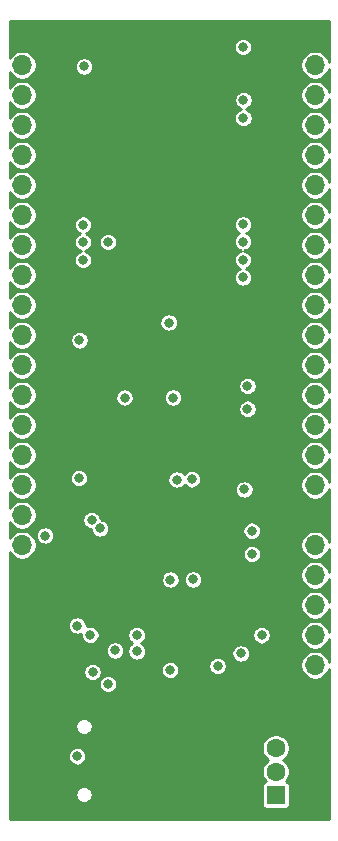
<source format=gbr>
%TF.GenerationSoftware,KiCad,Pcbnew,5.1.5+dfsg1-2build2*%
%TF.CreationDate,2021-06-08T17:36:12+05:30*%
%TF.ProjectId,ESP32-S2,45535033-322d-4533-922e-6b696361645f,rev?*%
%TF.SameCoordinates,Original*%
%TF.FileFunction,Copper,L2,Inr*%
%TF.FilePolarity,Positive*%
%FSLAX46Y46*%
G04 Gerber Fmt 4.6, Leading zero omitted, Abs format (unit mm)*
G04 Created by KiCad (PCBNEW 5.1.5+dfsg1-2build2) date 2021-06-08 17:36:12*
%MOMM*%
%LPD*%
G04 APERTURE LIST*
%ADD10O,2.100000X1.050000*%
%ADD11C,2.150000*%
%ADD12R,1.600000X1.600000*%
%ADD13C,1.600000*%
%ADD14O,1.700000X1.700000*%
%ADD15R,1.700000X1.700000*%
%ADD16C,0.800000*%
%ADD17C,0.254000*%
G04 APERTURE END LIST*
D10*
X140024200Y-134394200D03*
X140024200Y-125754200D03*
X144204200Y-134394200D03*
X144204200Y-125754200D03*
D11*
X157192400Y-133750600D03*
X157192400Y-126750600D03*
X162632400Y-126750600D03*
X162632400Y-133750600D03*
D12*
X159912400Y-133020600D03*
D13*
X159912400Y-131020600D03*
X159912400Y-129020600D03*
X159912400Y-127020600D03*
D14*
X163240000Y-122015000D03*
X163240000Y-119475000D03*
X163240000Y-116935000D03*
X163240000Y-114395000D03*
X163240000Y-111855000D03*
X163240000Y-109315000D03*
X163240000Y-106775000D03*
X163240000Y-104235000D03*
X163240000Y-101695000D03*
X163240000Y-99155000D03*
X163240000Y-96615000D03*
X163240000Y-94075000D03*
X163240000Y-91535000D03*
X163240000Y-88995000D03*
X163240000Y-86455000D03*
X163240000Y-83915000D03*
X163240000Y-81375000D03*
X163240000Y-78835000D03*
X163240000Y-76295000D03*
X163240000Y-73755000D03*
X163240000Y-71215000D03*
D15*
X163240000Y-68675000D03*
D14*
X138450000Y-111855000D03*
X138450000Y-109315000D03*
X138450000Y-106775000D03*
X138450000Y-104235000D03*
X138450000Y-101695000D03*
X138450000Y-99155000D03*
X138450000Y-96615000D03*
X138450000Y-94075000D03*
X138450000Y-91535000D03*
X138450000Y-88995000D03*
X138450000Y-86455000D03*
X138450000Y-83915000D03*
X138450000Y-81375000D03*
X138450000Y-78835000D03*
X138450000Y-76295000D03*
X138450000Y-73755000D03*
X138450000Y-71215000D03*
D15*
X138450000Y-68675000D03*
D16*
X147254700Y-73906300D03*
X148754700Y-73906300D03*
X150254700Y-73906300D03*
X151754700Y-73906300D03*
X147254700Y-75406300D03*
X148754700Y-75406300D03*
X150254700Y-75406300D03*
X151754700Y-75406300D03*
X147254700Y-76906300D03*
X148754700Y-76906300D03*
X150254700Y-76906300D03*
X151754700Y-76906300D03*
X147254700Y-78406300D03*
X148754700Y-78406300D03*
X150254700Y-78406300D03*
X151754700Y-78406300D03*
X149765100Y-133134900D03*
X152330500Y-133134900D03*
X153651300Y-127381800D03*
X140481400Y-116193100D03*
X157783314Y-109165486D03*
X138639900Y-122797100D03*
X143669100Y-68212500D03*
X149600000Y-104979000D03*
X140450920Y-120820980D03*
X153930700Y-122037640D03*
X148838000Y-99403700D03*
X146760280Y-106213440D03*
X140412820Y-113307660D03*
X146465081Y-115692720D03*
X148604320Y-125852720D03*
X158972600Y-92085960D03*
X155462320Y-103785200D03*
X146336100Y-118204780D03*
X151212500Y-97052900D03*
X147161600Y-94514200D03*
X143377000Y-104039200D03*
X157524800Y-100300320D03*
X157524800Y-98359760D03*
X157880400Y-110630500D03*
X157893100Y-112599000D03*
X140402660Y-111039440D03*
X150849680Y-93010520D03*
X151212500Y-99352900D03*
X147113340Y-99360520D03*
X143300800Y-94514200D03*
X157141260Y-69680620D03*
X143239522Y-106187722D03*
X143671644Y-71324000D03*
X143115380Y-118661980D03*
X157184440Y-74171340D03*
X152805480Y-106279480D03*
X157174280Y-75680100D03*
X151525320Y-106304880D03*
X143597980Y-87699380D03*
X143608140Y-86188080D03*
X143613220Y-84722500D03*
X145720390Y-86185540D03*
X145726500Y-123599740D03*
X148142040Y-119477320D03*
X158713520Y-119484940D03*
X157123482Y-89185280D03*
X157258100Y-107132920D03*
X157126020Y-87689220D03*
X157123480Y-86147440D03*
X157153960Y-84697100D03*
X152927400Y-114758000D03*
X150997000Y-114770700D03*
X148142040Y-120843840D03*
X143110300Y-129731300D03*
X145020380Y-110442540D03*
X144409902Y-122612665D03*
X144322941Y-109706217D03*
X144215200Y-119444300D03*
X154997500Y-122075740D03*
X156950300Y-121019100D03*
X150984068Y-122428800D03*
X146323400Y-120762560D03*
D17*
G36*
X164434400Y-70909758D02*
G01*
X164423693Y-70855931D01*
X164330898Y-70631903D01*
X164196180Y-70430283D01*
X164024717Y-70258820D01*
X163823097Y-70124102D01*
X163599069Y-70031307D01*
X163361243Y-69984000D01*
X163118757Y-69984000D01*
X162880931Y-70031307D01*
X162656903Y-70124102D01*
X162455283Y-70258820D01*
X162283820Y-70430283D01*
X162149102Y-70631903D01*
X162056307Y-70855931D01*
X162009000Y-71093757D01*
X162009000Y-71336243D01*
X162056307Y-71574069D01*
X162149102Y-71798097D01*
X162283820Y-71999717D01*
X162455283Y-72171180D01*
X162656903Y-72305898D01*
X162880931Y-72398693D01*
X163118757Y-72446000D01*
X163361243Y-72446000D01*
X163599069Y-72398693D01*
X163823097Y-72305898D01*
X164024717Y-72171180D01*
X164196180Y-71999717D01*
X164330898Y-71798097D01*
X164423693Y-71574069D01*
X164434400Y-71520241D01*
X164434400Y-73449759D01*
X164423693Y-73395931D01*
X164330898Y-73171903D01*
X164196180Y-72970283D01*
X164024717Y-72798820D01*
X163823097Y-72664102D01*
X163599069Y-72571307D01*
X163361243Y-72524000D01*
X163118757Y-72524000D01*
X162880931Y-72571307D01*
X162656903Y-72664102D01*
X162455283Y-72798820D01*
X162283820Y-72970283D01*
X162149102Y-73171903D01*
X162056307Y-73395931D01*
X162009000Y-73633757D01*
X162009000Y-73876243D01*
X162056307Y-74114069D01*
X162149102Y-74338097D01*
X162283820Y-74539717D01*
X162455283Y-74711180D01*
X162656903Y-74845898D01*
X162880931Y-74938693D01*
X163118757Y-74986000D01*
X163361243Y-74986000D01*
X163599069Y-74938693D01*
X163823097Y-74845898D01*
X164024717Y-74711180D01*
X164196180Y-74539717D01*
X164330898Y-74338097D01*
X164423693Y-74114069D01*
X164434400Y-74060241D01*
X164434400Y-75989759D01*
X164423693Y-75935931D01*
X164330898Y-75711903D01*
X164196180Y-75510283D01*
X164024717Y-75338820D01*
X163823097Y-75204102D01*
X163599069Y-75111307D01*
X163361243Y-75064000D01*
X163118757Y-75064000D01*
X162880931Y-75111307D01*
X162656903Y-75204102D01*
X162455283Y-75338820D01*
X162283820Y-75510283D01*
X162149102Y-75711903D01*
X162056307Y-75935931D01*
X162009000Y-76173757D01*
X162009000Y-76416243D01*
X162056307Y-76654069D01*
X162149102Y-76878097D01*
X162283820Y-77079717D01*
X162455283Y-77251180D01*
X162656903Y-77385898D01*
X162880931Y-77478693D01*
X163118757Y-77526000D01*
X163361243Y-77526000D01*
X163599069Y-77478693D01*
X163823097Y-77385898D01*
X164024717Y-77251180D01*
X164196180Y-77079717D01*
X164330898Y-76878097D01*
X164423693Y-76654069D01*
X164434400Y-76600241D01*
X164434400Y-78529759D01*
X164423693Y-78475931D01*
X164330898Y-78251903D01*
X164196180Y-78050283D01*
X164024717Y-77878820D01*
X163823097Y-77744102D01*
X163599069Y-77651307D01*
X163361243Y-77604000D01*
X163118757Y-77604000D01*
X162880931Y-77651307D01*
X162656903Y-77744102D01*
X162455283Y-77878820D01*
X162283820Y-78050283D01*
X162149102Y-78251903D01*
X162056307Y-78475931D01*
X162009000Y-78713757D01*
X162009000Y-78956243D01*
X162056307Y-79194069D01*
X162149102Y-79418097D01*
X162283820Y-79619717D01*
X162455283Y-79791180D01*
X162656903Y-79925898D01*
X162880931Y-80018693D01*
X163118757Y-80066000D01*
X163361243Y-80066000D01*
X163599069Y-80018693D01*
X163823097Y-79925898D01*
X164024717Y-79791180D01*
X164196180Y-79619717D01*
X164330898Y-79418097D01*
X164423693Y-79194069D01*
X164434400Y-79140241D01*
X164434400Y-81069759D01*
X164423693Y-81015931D01*
X164330898Y-80791903D01*
X164196180Y-80590283D01*
X164024717Y-80418820D01*
X163823097Y-80284102D01*
X163599069Y-80191307D01*
X163361243Y-80144000D01*
X163118757Y-80144000D01*
X162880931Y-80191307D01*
X162656903Y-80284102D01*
X162455283Y-80418820D01*
X162283820Y-80590283D01*
X162149102Y-80791903D01*
X162056307Y-81015931D01*
X162009000Y-81253757D01*
X162009000Y-81496243D01*
X162056307Y-81734069D01*
X162149102Y-81958097D01*
X162283820Y-82159717D01*
X162455283Y-82331180D01*
X162656903Y-82465898D01*
X162880931Y-82558693D01*
X163118757Y-82606000D01*
X163361243Y-82606000D01*
X163599069Y-82558693D01*
X163823097Y-82465898D01*
X164024717Y-82331180D01*
X164196180Y-82159717D01*
X164330898Y-81958097D01*
X164423693Y-81734069D01*
X164434400Y-81680241D01*
X164434400Y-83609759D01*
X164423693Y-83555931D01*
X164330898Y-83331903D01*
X164196180Y-83130283D01*
X164024717Y-82958820D01*
X163823097Y-82824102D01*
X163599069Y-82731307D01*
X163361243Y-82684000D01*
X163118757Y-82684000D01*
X162880931Y-82731307D01*
X162656903Y-82824102D01*
X162455283Y-82958820D01*
X162283820Y-83130283D01*
X162149102Y-83331903D01*
X162056307Y-83555931D01*
X162009000Y-83793757D01*
X162009000Y-84036243D01*
X162056307Y-84274069D01*
X162149102Y-84498097D01*
X162283820Y-84699717D01*
X162455283Y-84871180D01*
X162656903Y-85005898D01*
X162880931Y-85098693D01*
X163118757Y-85146000D01*
X163361243Y-85146000D01*
X163599069Y-85098693D01*
X163823097Y-85005898D01*
X164024717Y-84871180D01*
X164196180Y-84699717D01*
X164330898Y-84498097D01*
X164423693Y-84274069D01*
X164434400Y-84220241D01*
X164434400Y-86149760D01*
X164423693Y-86095931D01*
X164330898Y-85871903D01*
X164196180Y-85670283D01*
X164024717Y-85498820D01*
X163823097Y-85364102D01*
X163599069Y-85271307D01*
X163361243Y-85224000D01*
X163118757Y-85224000D01*
X162880931Y-85271307D01*
X162656903Y-85364102D01*
X162455283Y-85498820D01*
X162283820Y-85670283D01*
X162149102Y-85871903D01*
X162056307Y-86095931D01*
X162009000Y-86333757D01*
X162009000Y-86576243D01*
X162056307Y-86814069D01*
X162149102Y-87038097D01*
X162283820Y-87239717D01*
X162455283Y-87411180D01*
X162656903Y-87545898D01*
X162880931Y-87638693D01*
X163118757Y-87686000D01*
X163361243Y-87686000D01*
X163599069Y-87638693D01*
X163823097Y-87545898D01*
X164024717Y-87411180D01*
X164196180Y-87239717D01*
X164330898Y-87038097D01*
X164423693Y-86814069D01*
X164434400Y-86760240D01*
X164434400Y-88689760D01*
X164423693Y-88635931D01*
X164330898Y-88411903D01*
X164196180Y-88210283D01*
X164024717Y-88038820D01*
X163823097Y-87904102D01*
X163599069Y-87811307D01*
X163361243Y-87764000D01*
X163118757Y-87764000D01*
X162880931Y-87811307D01*
X162656903Y-87904102D01*
X162455283Y-88038820D01*
X162283820Y-88210283D01*
X162149102Y-88411903D01*
X162056307Y-88635931D01*
X162009000Y-88873757D01*
X162009000Y-89116243D01*
X162056307Y-89354069D01*
X162149102Y-89578097D01*
X162283820Y-89779717D01*
X162455283Y-89951180D01*
X162656903Y-90085898D01*
X162880931Y-90178693D01*
X163118757Y-90226000D01*
X163361243Y-90226000D01*
X163599069Y-90178693D01*
X163823097Y-90085898D01*
X164024717Y-89951180D01*
X164196180Y-89779717D01*
X164330898Y-89578097D01*
X164423693Y-89354069D01*
X164434400Y-89300240D01*
X164434400Y-91229760D01*
X164423693Y-91175931D01*
X164330898Y-90951903D01*
X164196180Y-90750283D01*
X164024717Y-90578820D01*
X163823097Y-90444102D01*
X163599069Y-90351307D01*
X163361243Y-90304000D01*
X163118757Y-90304000D01*
X162880931Y-90351307D01*
X162656903Y-90444102D01*
X162455283Y-90578820D01*
X162283820Y-90750283D01*
X162149102Y-90951903D01*
X162056307Y-91175931D01*
X162009000Y-91413757D01*
X162009000Y-91656243D01*
X162056307Y-91894069D01*
X162149102Y-92118097D01*
X162283820Y-92319717D01*
X162455283Y-92491180D01*
X162656903Y-92625898D01*
X162880931Y-92718693D01*
X163118757Y-92766000D01*
X163361243Y-92766000D01*
X163599069Y-92718693D01*
X163823097Y-92625898D01*
X164024717Y-92491180D01*
X164196180Y-92319717D01*
X164330898Y-92118097D01*
X164423693Y-91894069D01*
X164434400Y-91840240D01*
X164434400Y-93769760D01*
X164423693Y-93715931D01*
X164330898Y-93491903D01*
X164196180Y-93290283D01*
X164024717Y-93118820D01*
X163823097Y-92984102D01*
X163599069Y-92891307D01*
X163361243Y-92844000D01*
X163118757Y-92844000D01*
X162880931Y-92891307D01*
X162656903Y-92984102D01*
X162455283Y-93118820D01*
X162283820Y-93290283D01*
X162149102Y-93491903D01*
X162056307Y-93715931D01*
X162009000Y-93953757D01*
X162009000Y-94196243D01*
X162056307Y-94434069D01*
X162149102Y-94658097D01*
X162283820Y-94859717D01*
X162455283Y-95031180D01*
X162656903Y-95165898D01*
X162880931Y-95258693D01*
X163118757Y-95306000D01*
X163361243Y-95306000D01*
X163599069Y-95258693D01*
X163823097Y-95165898D01*
X164024717Y-95031180D01*
X164196180Y-94859717D01*
X164330898Y-94658097D01*
X164423693Y-94434069D01*
X164434400Y-94380240D01*
X164434400Y-96309760D01*
X164423693Y-96255931D01*
X164330898Y-96031903D01*
X164196180Y-95830283D01*
X164024717Y-95658820D01*
X163823097Y-95524102D01*
X163599069Y-95431307D01*
X163361243Y-95384000D01*
X163118757Y-95384000D01*
X162880931Y-95431307D01*
X162656903Y-95524102D01*
X162455283Y-95658820D01*
X162283820Y-95830283D01*
X162149102Y-96031903D01*
X162056307Y-96255931D01*
X162009000Y-96493757D01*
X162009000Y-96736243D01*
X162056307Y-96974069D01*
X162149102Y-97198097D01*
X162283820Y-97399717D01*
X162455283Y-97571180D01*
X162656903Y-97705898D01*
X162880931Y-97798693D01*
X163118757Y-97846000D01*
X163361243Y-97846000D01*
X163599069Y-97798693D01*
X163823097Y-97705898D01*
X164024717Y-97571180D01*
X164196180Y-97399717D01*
X164330898Y-97198097D01*
X164423693Y-96974069D01*
X164434400Y-96920240D01*
X164434400Y-98849761D01*
X164423693Y-98795931D01*
X164330898Y-98571903D01*
X164196180Y-98370283D01*
X164024717Y-98198820D01*
X163823097Y-98064102D01*
X163599069Y-97971307D01*
X163361243Y-97924000D01*
X163118757Y-97924000D01*
X162880931Y-97971307D01*
X162656903Y-98064102D01*
X162455283Y-98198820D01*
X162283820Y-98370283D01*
X162149102Y-98571903D01*
X162056307Y-98795931D01*
X162009000Y-99033757D01*
X162009000Y-99276243D01*
X162056307Y-99514069D01*
X162149102Y-99738097D01*
X162283820Y-99939717D01*
X162455283Y-100111180D01*
X162656903Y-100245898D01*
X162880931Y-100338693D01*
X163118757Y-100386000D01*
X163361243Y-100386000D01*
X163599069Y-100338693D01*
X163823097Y-100245898D01*
X164024717Y-100111180D01*
X164196180Y-99939717D01*
X164330898Y-99738097D01*
X164423693Y-99514069D01*
X164434400Y-99460239D01*
X164434401Y-101389761D01*
X164423693Y-101335931D01*
X164330898Y-101111903D01*
X164196180Y-100910283D01*
X164024717Y-100738820D01*
X163823097Y-100604102D01*
X163599069Y-100511307D01*
X163361243Y-100464000D01*
X163118757Y-100464000D01*
X162880931Y-100511307D01*
X162656903Y-100604102D01*
X162455283Y-100738820D01*
X162283820Y-100910283D01*
X162149102Y-101111903D01*
X162056307Y-101335931D01*
X162009000Y-101573757D01*
X162009000Y-101816243D01*
X162056307Y-102054069D01*
X162149102Y-102278097D01*
X162283820Y-102479717D01*
X162455283Y-102651180D01*
X162656903Y-102785898D01*
X162880931Y-102878693D01*
X163118757Y-102926000D01*
X163361243Y-102926000D01*
X163599069Y-102878693D01*
X163823097Y-102785898D01*
X164024717Y-102651180D01*
X164196180Y-102479717D01*
X164330898Y-102278097D01*
X164423693Y-102054069D01*
X164434401Y-102000239D01*
X164434401Y-103929761D01*
X164423693Y-103875931D01*
X164330898Y-103651903D01*
X164196180Y-103450283D01*
X164024717Y-103278820D01*
X163823097Y-103144102D01*
X163599069Y-103051307D01*
X163361243Y-103004000D01*
X163118757Y-103004000D01*
X162880931Y-103051307D01*
X162656903Y-103144102D01*
X162455283Y-103278820D01*
X162283820Y-103450283D01*
X162149102Y-103651903D01*
X162056307Y-103875931D01*
X162009000Y-104113757D01*
X162009000Y-104356243D01*
X162056307Y-104594069D01*
X162149102Y-104818097D01*
X162283820Y-105019717D01*
X162455283Y-105191180D01*
X162656903Y-105325898D01*
X162880931Y-105418693D01*
X163118757Y-105466000D01*
X163361243Y-105466000D01*
X163599069Y-105418693D01*
X163823097Y-105325898D01*
X164024717Y-105191180D01*
X164196180Y-105019717D01*
X164330898Y-104818097D01*
X164423693Y-104594069D01*
X164434401Y-104540239D01*
X164434401Y-106469761D01*
X164423693Y-106415931D01*
X164330898Y-106191903D01*
X164196180Y-105990283D01*
X164024717Y-105818820D01*
X163823097Y-105684102D01*
X163599069Y-105591307D01*
X163361243Y-105544000D01*
X163118757Y-105544000D01*
X162880931Y-105591307D01*
X162656903Y-105684102D01*
X162455283Y-105818820D01*
X162283820Y-105990283D01*
X162149102Y-106191903D01*
X162056307Y-106415931D01*
X162009000Y-106653757D01*
X162009000Y-106896243D01*
X162056307Y-107134069D01*
X162149102Y-107358097D01*
X162283820Y-107559717D01*
X162455283Y-107731180D01*
X162656903Y-107865898D01*
X162880931Y-107958693D01*
X163118757Y-108006000D01*
X163361243Y-108006000D01*
X163599069Y-107958693D01*
X163823097Y-107865898D01*
X164024717Y-107731180D01*
X164196180Y-107559717D01*
X164330898Y-107358097D01*
X164423693Y-107134069D01*
X164434401Y-107080239D01*
X164434401Y-111549761D01*
X164423693Y-111495931D01*
X164330898Y-111271903D01*
X164196180Y-111070283D01*
X164024717Y-110898820D01*
X163823097Y-110764102D01*
X163599069Y-110671307D01*
X163361243Y-110624000D01*
X163118757Y-110624000D01*
X162880931Y-110671307D01*
X162656903Y-110764102D01*
X162455283Y-110898820D01*
X162283820Y-111070283D01*
X162149102Y-111271903D01*
X162056307Y-111495931D01*
X162009000Y-111733757D01*
X162009000Y-111976243D01*
X162056307Y-112214069D01*
X162149102Y-112438097D01*
X162283820Y-112639717D01*
X162455283Y-112811180D01*
X162656903Y-112945898D01*
X162880931Y-113038693D01*
X163118757Y-113086000D01*
X163361243Y-113086000D01*
X163599069Y-113038693D01*
X163823097Y-112945898D01*
X164024717Y-112811180D01*
X164196180Y-112639717D01*
X164330898Y-112438097D01*
X164423693Y-112214069D01*
X164434401Y-112160238D01*
X164434401Y-114089762D01*
X164423693Y-114035931D01*
X164330898Y-113811903D01*
X164196180Y-113610283D01*
X164024717Y-113438820D01*
X163823097Y-113304102D01*
X163599069Y-113211307D01*
X163361243Y-113164000D01*
X163118757Y-113164000D01*
X162880931Y-113211307D01*
X162656903Y-113304102D01*
X162455283Y-113438820D01*
X162283820Y-113610283D01*
X162149102Y-113811903D01*
X162056307Y-114035931D01*
X162009000Y-114273757D01*
X162009000Y-114516243D01*
X162056307Y-114754069D01*
X162149102Y-114978097D01*
X162283820Y-115179717D01*
X162455283Y-115351180D01*
X162656903Y-115485898D01*
X162880931Y-115578693D01*
X163118757Y-115626000D01*
X163361243Y-115626000D01*
X163599069Y-115578693D01*
X163823097Y-115485898D01*
X164024717Y-115351180D01*
X164196180Y-115179717D01*
X164330898Y-114978097D01*
X164423693Y-114754069D01*
X164434401Y-114700238D01*
X164434401Y-116629762D01*
X164423693Y-116575931D01*
X164330898Y-116351903D01*
X164196180Y-116150283D01*
X164024717Y-115978820D01*
X163823097Y-115844102D01*
X163599069Y-115751307D01*
X163361243Y-115704000D01*
X163118757Y-115704000D01*
X162880931Y-115751307D01*
X162656903Y-115844102D01*
X162455283Y-115978820D01*
X162283820Y-116150283D01*
X162149102Y-116351903D01*
X162056307Y-116575931D01*
X162009000Y-116813757D01*
X162009000Y-117056243D01*
X162056307Y-117294069D01*
X162149102Y-117518097D01*
X162283820Y-117719717D01*
X162455283Y-117891180D01*
X162656903Y-118025898D01*
X162880931Y-118118693D01*
X163118757Y-118166000D01*
X163361243Y-118166000D01*
X163599069Y-118118693D01*
X163823097Y-118025898D01*
X164024717Y-117891180D01*
X164196180Y-117719717D01*
X164330898Y-117518097D01*
X164423693Y-117294069D01*
X164434401Y-117240238D01*
X164434401Y-119169762D01*
X164423693Y-119115931D01*
X164330898Y-118891903D01*
X164196180Y-118690283D01*
X164024717Y-118518820D01*
X163823097Y-118384102D01*
X163599069Y-118291307D01*
X163361243Y-118244000D01*
X163118757Y-118244000D01*
X162880931Y-118291307D01*
X162656903Y-118384102D01*
X162455283Y-118518820D01*
X162283820Y-118690283D01*
X162149102Y-118891903D01*
X162056307Y-119115931D01*
X162009000Y-119353757D01*
X162009000Y-119596243D01*
X162056307Y-119834069D01*
X162149102Y-120058097D01*
X162283820Y-120259717D01*
X162455283Y-120431180D01*
X162656903Y-120565898D01*
X162880931Y-120658693D01*
X163118757Y-120706000D01*
X163361243Y-120706000D01*
X163599069Y-120658693D01*
X163823097Y-120565898D01*
X164024717Y-120431180D01*
X164196180Y-120259717D01*
X164330898Y-120058097D01*
X164423693Y-119834069D01*
X164434401Y-119780238D01*
X164434401Y-121709762D01*
X164423693Y-121655931D01*
X164330898Y-121431903D01*
X164196180Y-121230283D01*
X164024717Y-121058820D01*
X163823097Y-120924102D01*
X163599069Y-120831307D01*
X163361243Y-120784000D01*
X163118757Y-120784000D01*
X162880931Y-120831307D01*
X162656903Y-120924102D01*
X162455283Y-121058820D01*
X162283820Y-121230283D01*
X162149102Y-121431903D01*
X162056307Y-121655931D01*
X162009000Y-121893757D01*
X162009000Y-122136243D01*
X162056307Y-122374069D01*
X162149102Y-122598097D01*
X162283820Y-122799717D01*
X162455283Y-122971180D01*
X162656903Y-123105898D01*
X162880931Y-123198693D01*
X163118757Y-123246000D01*
X163361243Y-123246000D01*
X163599069Y-123198693D01*
X163823097Y-123105898D01*
X164024717Y-122971180D01*
X164196180Y-122799717D01*
X164330898Y-122598097D01*
X164423693Y-122374069D01*
X164434401Y-122320238D01*
X164434401Y-135078800D01*
X137381800Y-135078800D01*
X137381800Y-132892203D01*
X142943200Y-132892203D01*
X142943200Y-133036197D01*
X142971292Y-133177425D01*
X143026396Y-133310458D01*
X143106395Y-133430185D01*
X143208215Y-133532005D01*
X143327942Y-133612004D01*
X143460975Y-133667108D01*
X143602203Y-133695200D01*
X143746197Y-133695200D01*
X143887425Y-133667108D01*
X144020458Y-133612004D01*
X144140185Y-133532005D01*
X144242005Y-133430185D01*
X144322004Y-133310458D01*
X144377108Y-133177425D01*
X144405200Y-133036197D01*
X144405200Y-132892203D01*
X144377108Y-132750975D01*
X144322004Y-132617942D01*
X144242005Y-132498215D01*
X144140185Y-132396395D01*
X144020458Y-132316396D01*
X143887425Y-132261292D01*
X143746197Y-132233200D01*
X143602203Y-132233200D01*
X143460975Y-132261292D01*
X143327942Y-132316396D01*
X143208215Y-132396395D01*
X143106395Y-132498215D01*
X143026396Y-132617942D01*
X142971292Y-132750975D01*
X142943200Y-132892203D01*
X137381800Y-132892203D01*
X137381800Y-132220600D01*
X158729557Y-132220600D01*
X158729557Y-133820600D01*
X158736913Y-133895289D01*
X158758699Y-133967108D01*
X158794078Y-134033296D01*
X158841689Y-134091311D01*
X158899704Y-134138922D01*
X158965892Y-134174301D01*
X159037711Y-134196087D01*
X159112400Y-134203443D01*
X160712400Y-134203443D01*
X160787089Y-134196087D01*
X160858908Y-134174301D01*
X160925096Y-134138922D01*
X160983111Y-134091311D01*
X161030722Y-134033296D01*
X161066101Y-133967108D01*
X161087887Y-133895289D01*
X161095243Y-133820600D01*
X161095243Y-132220600D01*
X161087887Y-132145911D01*
X161066101Y-132074092D01*
X161030722Y-132007904D01*
X160983111Y-131949889D01*
X160925096Y-131902278D01*
X160858908Y-131866899D01*
X160787089Y-131845113D01*
X160760674Y-131842511D01*
X160829742Y-131773443D01*
X160958988Y-131580013D01*
X161048014Y-131365085D01*
X161093400Y-131136918D01*
X161093400Y-130904282D01*
X161048014Y-130676115D01*
X160958988Y-130461187D01*
X160829742Y-130267757D01*
X160665243Y-130103258D01*
X160541537Y-130020600D01*
X160665243Y-129937942D01*
X160829742Y-129773443D01*
X160958988Y-129580013D01*
X161048014Y-129365085D01*
X161093400Y-129136918D01*
X161093400Y-128904282D01*
X161048014Y-128676115D01*
X160958988Y-128461187D01*
X160829742Y-128267757D01*
X160665243Y-128103258D01*
X160471813Y-127974012D01*
X160256885Y-127884986D01*
X160028718Y-127839600D01*
X159796082Y-127839600D01*
X159567915Y-127884986D01*
X159352987Y-127974012D01*
X159159557Y-128103258D01*
X158995058Y-128267757D01*
X158865812Y-128461187D01*
X158776786Y-128676115D01*
X158731400Y-128904282D01*
X158731400Y-129136918D01*
X158776786Y-129365085D01*
X158865812Y-129580013D01*
X158995058Y-129773443D01*
X159159557Y-129937942D01*
X159283263Y-130020600D01*
X159159557Y-130103258D01*
X158995058Y-130267757D01*
X158865812Y-130461187D01*
X158776786Y-130676115D01*
X158731400Y-130904282D01*
X158731400Y-131136918D01*
X158776786Y-131365085D01*
X158865812Y-131580013D01*
X158995058Y-131773443D01*
X159064126Y-131842511D01*
X159037711Y-131845113D01*
X158965892Y-131866899D01*
X158899704Y-131902278D01*
X158841689Y-131949889D01*
X158794078Y-132007904D01*
X158758699Y-132074092D01*
X158736913Y-132145911D01*
X158729557Y-132220600D01*
X137381800Y-132220600D01*
X137381800Y-129654378D01*
X142329300Y-129654378D01*
X142329300Y-129808222D01*
X142359313Y-129959109D01*
X142418187Y-130101242D01*
X142503658Y-130229159D01*
X142612441Y-130337942D01*
X142740358Y-130423413D01*
X142882491Y-130482287D01*
X143033378Y-130512300D01*
X143187222Y-130512300D01*
X143338109Y-130482287D01*
X143480242Y-130423413D01*
X143608159Y-130337942D01*
X143716942Y-130229159D01*
X143802413Y-130101242D01*
X143861287Y-129959109D01*
X143891300Y-129808222D01*
X143891300Y-129654378D01*
X143861287Y-129503491D01*
X143802413Y-129361358D01*
X143716942Y-129233441D01*
X143608159Y-129124658D01*
X143480242Y-129039187D01*
X143338109Y-128980313D01*
X143187222Y-128950300D01*
X143033378Y-128950300D01*
X142882491Y-128980313D01*
X142740358Y-129039187D01*
X142612441Y-129124658D01*
X142503658Y-129233441D01*
X142418187Y-129361358D01*
X142359313Y-129503491D01*
X142329300Y-129654378D01*
X137381800Y-129654378D01*
X137381800Y-127112203D01*
X142943200Y-127112203D01*
X142943200Y-127256197D01*
X142971292Y-127397425D01*
X143026396Y-127530458D01*
X143106395Y-127650185D01*
X143208215Y-127752005D01*
X143327942Y-127832004D01*
X143460975Y-127887108D01*
X143602203Y-127915200D01*
X143746197Y-127915200D01*
X143887425Y-127887108D01*
X144020458Y-127832004D01*
X144140185Y-127752005D01*
X144242005Y-127650185D01*
X144322004Y-127530458D01*
X144377108Y-127397425D01*
X144405200Y-127256197D01*
X144405200Y-127112203D01*
X144377108Y-126970975D01*
X144322004Y-126837942D01*
X144242005Y-126718215D01*
X144140185Y-126616395D01*
X144020458Y-126536396D01*
X143887425Y-126481292D01*
X143746197Y-126453200D01*
X143602203Y-126453200D01*
X143460975Y-126481292D01*
X143327942Y-126536396D01*
X143208215Y-126616395D01*
X143106395Y-126718215D01*
X143026396Y-126837942D01*
X142971292Y-126970975D01*
X142943200Y-127112203D01*
X137381800Y-127112203D01*
X137381800Y-123522818D01*
X144945500Y-123522818D01*
X144945500Y-123676662D01*
X144975513Y-123827549D01*
X145034387Y-123969682D01*
X145119858Y-124097599D01*
X145228641Y-124206382D01*
X145356558Y-124291853D01*
X145498691Y-124350727D01*
X145649578Y-124380740D01*
X145803422Y-124380740D01*
X145954309Y-124350727D01*
X146096442Y-124291853D01*
X146224359Y-124206382D01*
X146333142Y-124097599D01*
X146418613Y-123969682D01*
X146477487Y-123827549D01*
X146507500Y-123676662D01*
X146507500Y-123522818D01*
X146477487Y-123371931D01*
X146418613Y-123229798D01*
X146333142Y-123101881D01*
X146224359Y-122993098D01*
X146096442Y-122907627D01*
X145954309Y-122848753D01*
X145803422Y-122818740D01*
X145649578Y-122818740D01*
X145498691Y-122848753D01*
X145356558Y-122907627D01*
X145228641Y-122993098D01*
X145119858Y-123101881D01*
X145034387Y-123229798D01*
X144975513Y-123371931D01*
X144945500Y-123522818D01*
X137381800Y-123522818D01*
X137381800Y-122535743D01*
X143628902Y-122535743D01*
X143628902Y-122689587D01*
X143658915Y-122840474D01*
X143717789Y-122982607D01*
X143803260Y-123110524D01*
X143912043Y-123219307D01*
X144039960Y-123304778D01*
X144182093Y-123363652D01*
X144332980Y-123393665D01*
X144486824Y-123393665D01*
X144637711Y-123363652D01*
X144779844Y-123304778D01*
X144907761Y-123219307D01*
X145016544Y-123110524D01*
X145102015Y-122982607D01*
X145160889Y-122840474D01*
X145190902Y-122689587D01*
X145190902Y-122535743D01*
X145160889Y-122384856D01*
X145147229Y-122351878D01*
X150203068Y-122351878D01*
X150203068Y-122505722D01*
X150233081Y-122656609D01*
X150291955Y-122798742D01*
X150377426Y-122926659D01*
X150486209Y-123035442D01*
X150614126Y-123120913D01*
X150756259Y-123179787D01*
X150907146Y-123209800D01*
X151060990Y-123209800D01*
X151211877Y-123179787D01*
X151354010Y-123120913D01*
X151481927Y-123035442D01*
X151590710Y-122926659D01*
X151676181Y-122798742D01*
X151735055Y-122656609D01*
X151765068Y-122505722D01*
X151765068Y-122351878D01*
X151735055Y-122200991D01*
X151676181Y-122058858D01*
X151636064Y-121998818D01*
X154216500Y-121998818D01*
X154216500Y-122152662D01*
X154246513Y-122303549D01*
X154305387Y-122445682D01*
X154390858Y-122573599D01*
X154499641Y-122682382D01*
X154627558Y-122767853D01*
X154769691Y-122826727D01*
X154920578Y-122856740D01*
X155074422Y-122856740D01*
X155225309Y-122826727D01*
X155367442Y-122767853D01*
X155495359Y-122682382D01*
X155604142Y-122573599D01*
X155689613Y-122445682D01*
X155748487Y-122303549D01*
X155778500Y-122152662D01*
X155778500Y-121998818D01*
X155748487Y-121847931D01*
X155689613Y-121705798D01*
X155604142Y-121577881D01*
X155495359Y-121469098D01*
X155367442Y-121383627D01*
X155225309Y-121324753D01*
X155074422Y-121294740D01*
X154920578Y-121294740D01*
X154769691Y-121324753D01*
X154627558Y-121383627D01*
X154499641Y-121469098D01*
X154390858Y-121577881D01*
X154305387Y-121705798D01*
X154246513Y-121847931D01*
X154216500Y-121998818D01*
X151636064Y-121998818D01*
X151590710Y-121930941D01*
X151481927Y-121822158D01*
X151354010Y-121736687D01*
X151211877Y-121677813D01*
X151060990Y-121647800D01*
X150907146Y-121647800D01*
X150756259Y-121677813D01*
X150614126Y-121736687D01*
X150486209Y-121822158D01*
X150377426Y-121930941D01*
X150291955Y-122058858D01*
X150233081Y-122200991D01*
X150203068Y-122351878D01*
X145147229Y-122351878D01*
X145102015Y-122242723D01*
X145016544Y-122114806D01*
X144907761Y-122006023D01*
X144779844Y-121920552D01*
X144637711Y-121861678D01*
X144486824Y-121831665D01*
X144332980Y-121831665D01*
X144182093Y-121861678D01*
X144039960Y-121920552D01*
X143912043Y-122006023D01*
X143803260Y-122114806D01*
X143717789Y-122242723D01*
X143658915Y-122384856D01*
X143628902Y-122535743D01*
X137381800Y-122535743D01*
X137381800Y-120685638D01*
X145542400Y-120685638D01*
X145542400Y-120839482D01*
X145572413Y-120990369D01*
X145631287Y-121132502D01*
X145716758Y-121260419D01*
X145825541Y-121369202D01*
X145953458Y-121454673D01*
X146095591Y-121513547D01*
X146246478Y-121543560D01*
X146400322Y-121543560D01*
X146551209Y-121513547D01*
X146693342Y-121454673D01*
X146821259Y-121369202D01*
X146930042Y-121260419D01*
X147015513Y-121132502D01*
X147074387Y-120990369D01*
X147104400Y-120839482D01*
X147104400Y-120685638D01*
X147074387Y-120534751D01*
X147015513Y-120392618D01*
X146930042Y-120264701D01*
X146821259Y-120155918D01*
X146693342Y-120070447D01*
X146551209Y-120011573D01*
X146400322Y-119981560D01*
X146246478Y-119981560D01*
X146095591Y-120011573D01*
X145953458Y-120070447D01*
X145825541Y-120155918D01*
X145716758Y-120264701D01*
X145631287Y-120392618D01*
X145572413Y-120534751D01*
X145542400Y-120685638D01*
X137381800Y-120685638D01*
X137381800Y-118585058D01*
X142334380Y-118585058D01*
X142334380Y-118738902D01*
X142364393Y-118889789D01*
X142423267Y-119031922D01*
X142508738Y-119159839D01*
X142617521Y-119268622D01*
X142745438Y-119354093D01*
X142887571Y-119412967D01*
X143038458Y-119442980D01*
X143192302Y-119442980D01*
X143343189Y-119412967D01*
X143434200Y-119375269D01*
X143434200Y-119521222D01*
X143464213Y-119672109D01*
X143523087Y-119814242D01*
X143608558Y-119942159D01*
X143717341Y-120050942D01*
X143845258Y-120136413D01*
X143987391Y-120195287D01*
X144138278Y-120225300D01*
X144292122Y-120225300D01*
X144443009Y-120195287D01*
X144585142Y-120136413D01*
X144713059Y-120050942D01*
X144821842Y-119942159D01*
X144907313Y-119814242D01*
X144966187Y-119672109D01*
X144996200Y-119521222D01*
X144996200Y-119400398D01*
X147361040Y-119400398D01*
X147361040Y-119554242D01*
X147391053Y-119705129D01*
X147449927Y-119847262D01*
X147535398Y-119975179D01*
X147644181Y-120083962D01*
X147758848Y-120160580D01*
X147644181Y-120237198D01*
X147535398Y-120345981D01*
X147449927Y-120473898D01*
X147391053Y-120616031D01*
X147361040Y-120766918D01*
X147361040Y-120920762D01*
X147391053Y-121071649D01*
X147449927Y-121213782D01*
X147535398Y-121341699D01*
X147644181Y-121450482D01*
X147772098Y-121535953D01*
X147914231Y-121594827D01*
X148065118Y-121624840D01*
X148218962Y-121624840D01*
X148369849Y-121594827D01*
X148511982Y-121535953D01*
X148639899Y-121450482D01*
X148748682Y-121341699D01*
X148834153Y-121213782D01*
X148893027Y-121071649D01*
X148918780Y-120942178D01*
X156169300Y-120942178D01*
X156169300Y-121096022D01*
X156199313Y-121246909D01*
X156258187Y-121389042D01*
X156343658Y-121516959D01*
X156452441Y-121625742D01*
X156580358Y-121711213D01*
X156722491Y-121770087D01*
X156873378Y-121800100D01*
X157027222Y-121800100D01*
X157178109Y-121770087D01*
X157320242Y-121711213D01*
X157448159Y-121625742D01*
X157556942Y-121516959D01*
X157642413Y-121389042D01*
X157701287Y-121246909D01*
X157731300Y-121096022D01*
X157731300Y-120942178D01*
X157701287Y-120791291D01*
X157642413Y-120649158D01*
X157556942Y-120521241D01*
X157448159Y-120412458D01*
X157320242Y-120326987D01*
X157178109Y-120268113D01*
X157027222Y-120238100D01*
X156873378Y-120238100D01*
X156722491Y-120268113D01*
X156580358Y-120326987D01*
X156452441Y-120412458D01*
X156343658Y-120521241D01*
X156258187Y-120649158D01*
X156199313Y-120791291D01*
X156169300Y-120942178D01*
X148918780Y-120942178D01*
X148923040Y-120920762D01*
X148923040Y-120766918D01*
X148893027Y-120616031D01*
X148834153Y-120473898D01*
X148748682Y-120345981D01*
X148639899Y-120237198D01*
X148525232Y-120160580D01*
X148639899Y-120083962D01*
X148748682Y-119975179D01*
X148834153Y-119847262D01*
X148893027Y-119705129D01*
X148923040Y-119554242D01*
X148923040Y-119408018D01*
X157932520Y-119408018D01*
X157932520Y-119561862D01*
X157962533Y-119712749D01*
X158021407Y-119854882D01*
X158106878Y-119982799D01*
X158215661Y-120091582D01*
X158343578Y-120177053D01*
X158485711Y-120235927D01*
X158636598Y-120265940D01*
X158790442Y-120265940D01*
X158941329Y-120235927D01*
X159083462Y-120177053D01*
X159211379Y-120091582D01*
X159320162Y-119982799D01*
X159405633Y-119854882D01*
X159464507Y-119712749D01*
X159494520Y-119561862D01*
X159494520Y-119408018D01*
X159464507Y-119257131D01*
X159405633Y-119114998D01*
X159320162Y-118987081D01*
X159211379Y-118878298D01*
X159083462Y-118792827D01*
X158941329Y-118733953D01*
X158790442Y-118703940D01*
X158636598Y-118703940D01*
X158485711Y-118733953D01*
X158343578Y-118792827D01*
X158215661Y-118878298D01*
X158106878Y-118987081D01*
X158021407Y-119114998D01*
X157962533Y-119257131D01*
X157932520Y-119408018D01*
X148923040Y-119408018D01*
X148923040Y-119400398D01*
X148893027Y-119249511D01*
X148834153Y-119107378D01*
X148748682Y-118979461D01*
X148639899Y-118870678D01*
X148511982Y-118785207D01*
X148369849Y-118726333D01*
X148218962Y-118696320D01*
X148065118Y-118696320D01*
X147914231Y-118726333D01*
X147772098Y-118785207D01*
X147644181Y-118870678D01*
X147535398Y-118979461D01*
X147449927Y-119107378D01*
X147391053Y-119249511D01*
X147361040Y-119400398D01*
X144996200Y-119400398D01*
X144996200Y-119367378D01*
X144966187Y-119216491D01*
X144907313Y-119074358D01*
X144821842Y-118946441D01*
X144713059Y-118837658D01*
X144585142Y-118752187D01*
X144443009Y-118693313D01*
X144292122Y-118663300D01*
X144138278Y-118663300D01*
X143987391Y-118693313D01*
X143896380Y-118731011D01*
X143896380Y-118585058D01*
X143866367Y-118434171D01*
X143807493Y-118292038D01*
X143722022Y-118164121D01*
X143613239Y-118055338D01*
X143485322Y-117969867D01*
X143343189Y-117910993D01*
X143192302Y-117880980D01*
X143038458Y-117880980D01*
X142887571Y-117910993D01*
X142745438Y-117969867D01*
X142617521Y-118055338D01*
X142508738Y-118164121D01*
X142423267Y-118292038D01*
X142364393Y-118434171D01*
X142334380Y-118585058D01*
X137381800Y-118585058D01*
X137381800Y-114693778D01*
X150216000Y-114693778D01*
X150216000Y-114847622D01*
X150246013Y-114998509D01*
X150304887Y-115140642D01*
X150390358Y-115268559D01*
X150499141Y-115377342D01*
X150627058Y-115462813D01*
X150769191Y-115521687D01*
X150920078Y-115551700D01*
X151073922Y-115551700D01*
X151224809Y-115521687D01*
X151366942Y-115462813D01*
X151494859Y-115377342D01*
X151603642Y-115268559D01*
X151689113Y-115140642D01*
X151747987Y-114998509D01*
X151778000Y-114847622D01*
X151778000Y-114693778D01*
X151775474Y-114681078D01*
X152146400Y-114681078D01*
X152146400Y-114834922D01*
X152176413Y-114985809D01*
X152235287Y-115127942D01*
X152320758Y-115255859D01*
X152429541Y-115364642D01*
X152557458Y-115450113D01*
X152699591Y-115508987D01*
X152850478Y-115539000D01*
X153004322Y-115539000D01*
X153155209Y-115508987D01*
X153297342Y-115450113D01*
X153425259Y-115364642D01*
X153534042Y-115255859D01*
X153619513Y-115127942D01*
X153678387Y-114985809D01*
X153708400Y-114834922D01*
X153708400Y-114681078D01*
X153678387Y-114530191D01*
X153619513Y-114388058D01*
X153534042Y-114260141D01*
X153425259Y-114151358D01*
X153297342Y-114065887D01*
X153155209Y-114007013D01*
X153004322Y-113977000D01*
X152850478Y-113977000D01*
X152699591Y-114007013D01*
X152557458Y-114065887D01*
X152429541Y-114151358D01*
X152320758Y-114260141D01*
X152235287Y-114388058D01*
X152176413Y-114530191D01*
X152146400Y-114681078D01*
X151775474Y-114681078D01*
X151747987Y-114542891D01*
X151689113Y-114400758D01*
X151603642Y-114272841D01*
X151494859Y-114164058D01*
X151366942Y-114078587D01*
X151224809Y-114019713D01*
X151073922Y-113989700D01*
X150920078Y-113989700D01*
X150769191Y-114019713D01*
X150627058Y-114078587D01*
X150499141Y-114164058D01*
X150390358Y-114272841D01*
X150304887Y-114400758D01*
X150246013Y-114542891D01*
X150216000Y-114693778D01*
X137381800Y-114693778D01*
X137381800Y-112472067D01*
X137493820Y-112639717D01*
X137665283Y-112811180D01*
X137866903Y-112945898D01*
X138090931Y-113038693D01*
X138328757Y-113086000D01*
X138571243Y-113086000D01*
X138809069Y-113038693D01*
X139033097Y-112945898D01*
X139234717Y-112811180D01*
X139406180Y-112639717D01*
X139484783Y-112522078D01*
X157112100Y-112522078D01*
X157112100Y-112675922D01*
X157142113Y-112826809D01*
X157200987Y-112968942D01*
X157286458Y-113096859D01*
X157395241Y-113205642D01*
X157523158Y-113291113D01*
X157665291Y-113349987D01*
X157816178Y-113380000D01*
X157970022Y-113380000D01*
X158120909Y-113349987D01*
X158263042Y-113291113D01*
X158390959Y-113205642D01*
X158499742Y-113096859D01*
X158585213Y-112968942D01*
X158644087Y-112826809D01*
X158674100Y-112675922D01*
X158674100Y-112522078D01*
X158644087Y-112371191D01*
X158585213Y-112229058D01*
X158499742Y-112101141D01*
X158390959Y-111992358D01*
X158263042Y-111906887D01*
X158120909Y-111848013D01*
X157970022Y-111818000D01*
X157816178Y-111818000D01*
X157665291Y-111848013D01*
X157523158Y-111906887D01*
X157395241Y-111992358D01*
X157286458Y-112101141D01*
X157200987Y-112229058D01*
X157142113Y-112371191D01*
X157112100Y-112522078D01*
X139484783Y-112522078D01*
X139540898Y-112438097D01*
X139633693Y-112214069D01*
X139681000Y-111976243D01*
X139681000Y-111733757D01*
X139633693Y-111495931D01*
X139540898Y-111271903D01*
X139406180Y-111070283D01*
X139298415Y-110962518D01*
X139621660Y-110962518D01*
X139621660Y-111116362D01*
X139651673Y-111267249D01*
X139710547Y-111409382D01*
X139796018Y-111537299D01*
X139904801Y-111646082D01*
X140032718Y-111731553D01*
X140174851Y-111790427D01*
X140325738Y-111820440D01*
X140479582Y-111820440D01*
X140630469Y-111790427D01*
X140772602Y-111731553D01*
X140900519Y-111646082D01*
X141009302Y-111537299D01*
X141094773Y-111409382D01*
X141153647Y-111267249D01*
X141183660Y-111116362D01*
X141183660Y-110962518D01*
X141153647Y-110811631D01*
X141094773Y-110669498D01*
X141009302Y-110541581D01*
X140900519Y-110432798D01*
X140772602Y-110347327D01*
X140630469Y-110288453D01*
X140479582Y-110258440D01*
X140325738Y-110258440D01*
X140174851Y-110288453D01*
X140032718Y-110347327D01*
X139904801Y-110432798D01*
X139796018Y-110541581D01*
X139710547Y-110669498D01*
X139651673Y-110811631D01*
X139621660Y-110962518D01*
X139298415Y-110962518D01*
X139234717Y-110898820D01*
X139033097Y-110764102D01*
X138809069Y-110671307D01*
X138571243Y-110624000D01*
X138328757Y-110624000D01*
X138090931Y-110671307D01*
X137866903Y-110764102D01*
X137665283Y-110898820D01*
X137493820Y-111070283D01*
X137381800Y-111237933D01*
X137381800Y-109932067D01*
X137493820Y-110099717D01*
X137665283Y-110271180D01*
X137866903Y-110405898D01*
X138090931Y-110498693D01*
X138328757Y-110546000D01*
X138571243Y-110546000D01*
X138809069Y-110498693D01*
X139033097Y-110405898D01*
X139234717Y-110271180D01*
X139406180Y-110099717D01*
X139540898Y-109898097D01*
X139633693Y-109674069D01*
X139642599Y-109629295D01*
X143541941Y-109629295D01*
X143541941Y-109783139D01*
X143571954Y-109934026D01*
X143630828Y-110076159D01*
X143716299Y-110204076D01*
X143825082Y-110312859D01*
X143952999Y-110398330D01*
X144095132Y-110457204D01*
X144239380Y-110485896D01*
X144239380Y-110519462D01*
X144269393Y-110670349D01*
X144328267Y-110812482D01*
X144413738Y-110940399D01*
X144522521Y-111049182D01*
X144650438Y-111134653D01*
X144792571Y-111193527D01*
X144943458Y-111223540D01*
X145097302Y-111223540D01*
X145248189Y-111193527D01*
X145390322Y-111134653D01*
X145518239Y-111049182D01*
X145627022Y-110940399D01*
X145712493Y-110812482D01*
X145771367Y-110670349D01*
X145794593Y-110553578D01*
X157099400Y-110553578D01*
X157099400Y-110707422D01*
X157129413Y-110858309D01*
X157188287Y-111000442D01*
X157273758Y-111128359D01*
X157382541Y-111237142D01*
X157510458Y-111322613D01*
X157652591Y-111381487D01*
X157803478Y-111411500D01*
X157957322Y-111411500D01*
X158108209Y-111381487D01*
X158250342Y-111322613D01*
X158378259Y-111237142D01*
X158487042Y-111128359D01*
X158572513Y-111000442D01*
X158631387Y-110858309D01*
X158661400Y-110707422D01*
X158661400Y-110553578D01*
X158631387Y-110402691D01*
X158572513Y-110260558D01*
X158487042Y-110132641D01*
X158378259Y-110023858D01*
X158250342Y-109938387D01*
X158108209Y-109879513D01*
X157957322Y-109849500D01*
X157803478Y-109849500D01*
X157652591Y-109879513D01*
X157510458Y-109938387D01*
X157382541Y-110023858D01*
X157273758Y-110132641D01*
X157188287Y-110260558D01*
X157129413Y-110402691D01*
X157099400Y-110553578D01*
X145794593Y-110553578D01*
X145801380Y-110519462D01*
X145801380Y-110365618D01*
X145771367Y-110214731D01*
X145712493Y-110072598D01*
X145627022Y-109944681D01*
X145518239Y-109835898D01*
X145390322Y-109750427D01*
X145248189Y-109691553D01*
X145103941Y-109662861D01*
X145103941Y-109629295D01*
X145073928Y-109478408D01*
X145015054Y-109336275D01*
X144929583Y-109208358D01*
X144820800Y-109099575D01*
X144692883Y-109014104D01*
X144550750Y-108955230D01*
X144399863Y-108925217D01*
X144246019Y-108925217D01*
X144095132Y-108955230D01*
X143952999Y-109014104D01*
X143825082Y-109099575D01*
X143716299Y-109208358D01*
X143630828Y-109336275D01*
X143571954Y-109478408D01*
X143541941Y-109629295D01*
X139642599Y-109629295D01*
X139681000Y-109436243D01*
X139681000Y-109193757D01*
X139633693Y-108955931D01*
X139540898Y-108731903D01*
X139406180Y-108530283D01*
X139234717Y-108358820D01*
X139033097Y-108224102D01*
X138809069Y-108131307D01*
X138571243Y-108084000D01*
X138328757Y-108084000D01*
X138090931Y-108131307D01*
X137866903Y-108224102D01*
X137665283Y-108358820D01*
X137493820Y-108530283D01*
X137381800Y-108697933D01*
X137381800Y-107392067D01*
X137493820Y-107559717D01*
X137665283Y-107731180D01*
X137866903Y-107865898D01*
X138090931Y-107958693D01*
X138328757Y-108006000D01*
X138571243Y-108006000D01*
X138809069Y-107958693D01*
X139033097Y-107865898D01*
X139234717Y-107731180D01*
X139406180Y-107559717D01*
X139540898Y-107358097D01*
X139633693Y-107134069D01*
X139681000Y-106896243D01*
X139681000Y-106653757D01*
X139633693Y-106415931D01*
X139540898Y-106191903D01*
X139486707Y-106110800D01*
X142458522Y-106110800D01*
X142458522Y-106264644D01*
X142488535Y-106415531D01*
X142547409Y-106557664D01*
X142632880Y-106685581D01*
X142741663Y-106794364D01*
X142869580Y-106879835D01*
X143011713Y-106938709D01*
X143162600Y-106968722D01*
X143316444Y-106968722D01*
X143467331Y-106938709D01*
X143609464Y-106879835D01*
X143737381Y-106794364D01*
X143846164Y-106685581D01*
X143931635Y-106557664D01*
X143990509Y-106415531D01*
X144020522Y-106264644D01*
X144020522Y-106227958D01*
X150744320Y-106227958D01*
X150744320Y-106381802D01*
X150774333Y-106532689D01*
X150833207Y-106674822D01*
X150918678Y-106802739D01*
X151027461Y-106911522D01*
X151155378Y-106996993D01*
X151297511Y-107055867D01*
X151448398Y-107085880D01*
X151602242Y-107085880D01*
X151753129Y-107055867D01*
X151895262Y-106996993D01*
X152023179Y-106911522D01*
X152131962Y-106802739D01*
X152173886Y-106739995D01*
X152198838Y-106777339D01*
X152307621Y-106886122D01*
X152435538Y-106971593D01*
X152577671Y-107030467D01*
X152728558Y-107060480D01*
X152882402Y-107060480D01*
X152904934Y-107055998D01*
X156477100Y-107055998D01*
X156477100Y-107209842D01*
X156507113Y-107360729D01*
X156565987Y-107502862D01*
X156651458Y-107630779D01*
X156760241Y-107739562D01*
X156888158Y-107825033D01*
X157030291Y-107883907D01*
X157181178Y-107913920D01*
X157335022Y-107913920D01*
X157485909Y-107883907D01*
X157628042Y-107825033D01*
X157755959Y-107739562D01*
X157864742Y-107630779D01*
X157950213Y-107502862D01*
X158009087Y-107360729D01*
X158039100Y-107209842D01*
X158039100Y-107055998D01*
X158009087Y-106905111D01*
X157950213Y-106762978D01*
X157864742Y-106635061D01*
X157755959Y-106526278D01*
X157628042Y-106440807D01*
X157485909Y-106381933D01*
X157335022Y-106351920D01*
X157181178Y-106351920D01*
X157030291Y-106381933D01*
X156888158Y-106440807D01*
X156760241Y-106526278D01*
X156651458Y-106635061D01*
X156565987Y-106762978D01*
X156507113Y-106905111D01*
X156477100Y-107055998D01*
X152904934Y-107055998D01*
X153033289Y-107030467D01*
X153175422Y-106971593D01*
X153303339Y-106886122D01*
X153412122Y-106777339D01*
X153497593Y-106649422D01*
X153556467Y-106507289D01*
X153586480Y-106356402D01*
X153586480Y-106202558D01*
X153556467Y-106051671D01*
X153497593Y-105909538D01*
X153412122Y-105781621D01*
X153303339Y-105672838D01*
X153175422Y-105587367D01*
X153033289Y-105528493D01*
X152882402Y-105498480D01*
X152728558Y-105498480D01*
X152577671Y-105528493D01*
X152435538Y-105587367D01*
X152307621Y-105672838D01*
X152198838Y-105781621D01*
X152156914Y-105844365D01*
X152131962Y-105807021D01*
X152023179Y-105698238D01*
X151895262Y-105612767D01*
X151753129Y-105553893D01*
X151602242Y-105523880D01*
X151448398Y-105523880D01*
X151297511Y-105553893D01*
X151155378Y-105612767D01*
X151027461Y-105698238D01*
X150918678Y-105807021D01*
X150833207Y-105934938D01*
X150774333Y-106077071D01*
X150744320Y-106227958D01*
X144020522Y-106227958D01*
X144020522Y-106110800D01*
X143990509Y-105959913D01*
X143931635Y-105817780D01*
X143846164Y-105689863D01*
X143737381Y-105581080D01*
X143609464Y-105495609D01*
X143467331Y-105436735D01*
X143316444Y-105406722D01*
X143162600Y-105406722D01*
X143011713Y-105436735D01*
X142869580Y-105495609D01*
X142741663Y-105581080D01*
X142632880Y-105689863D01*
X142547409Y-105817780D01*
X142488535Y-105959913D01*
X142458522Y-106110800D01*
X139486707Y-106110800D01*
X139406180Y-105990283D01*
X139234717Y-105818820D01*
X139033097Y-105684102D01*
X138809069Y-105591307D01*
X138571243Y-105544000D01*
X138328757Y-105544000D01*
X138090931Y-105591307D01*
X137866903Y-105684102D01*
X137665283Y-105818820D01*
X137493820Y-105990283D01*
X137381800Y-106157933D01*
X137381800Y-104852067D01*
X137493820Y-105019717D01*
X137665283Y-105191180D01*
X137866903Y-105325898D01*
X138090931Y-105418693D01*
X138328757Y-105466000D01*
X138571243Y-105466000D01*
X138809069Y-105418693D01*
X139033097Y-105325898D01*
X139234717Y-105191180D01*
X139406180Y-105019717D01*
X139540898Y-104818097D01*
X139633693Y-104594069D01*
X139681000Y-104356243D01*
X139681000Y-104113757D01*
X139633693Y-103875931D01*
X139540898Y-103651903D01*
X139406180Y-103450283D01*
X139234717Y-103278820D01*
X139033097Y-103144102D01*
X138809069Y-103051307D01*
X138571243Y-103004000D01*
X138328757Y-103004000D01*
X138090931Y-103051307D01*
X137866903Y-103144102D01*
X137665283Y-103278820D01*
X137493820Y-103450283D01*
X137381800Y-103617933D01*
X137381800Y-102312067D01*
X137493820Y-102479717D01*
X137665283Y-102651180D01*
X137866903Y-102785898D01*
X138090931Y-102878693D01*
X138328757Y-102926000D01*
X138571243Y-102926000D01*
X138809069Y-102878693D01*
X139033097Y-102785898D01*
X139234717Y-102651180D01*
X139406180Y-102479717D01*
X139540898Y-102278097D01*
X139633693Y-102054069D01*
X139681000Y-101816243D01*
X139681000Y-101573757D01*
X139633693Y-101335931D01*
X139540898Y-101111903D01*
X139406180Y-100910283D01*
X139234717Y-100738820D01*
X139033097Y-100604102D01*
X138809069Y-100511307D01*
X138571243Y-100464000D01*
X138328757Y-100464000D01*
X138090931Y-100511307D01*
X137866903Y-100604102D01*
X137665283Y-100738820D01*
X137493820Y-100910283D01*
X137381800Y-101077933D01*
X137381800Y-99772067D01*
X137493820Y-99939717D01*
X137665283Y-100111180D01*
X137866903Y-100245898D01*
X138090931Y-100338693D01*
X138328757Y-100386000D01*
X138571243Y-100386000D01*
X138809069Y-100338693D01*
X139033097Y-100245898D01*
X139066770Y-100223398D01*
X156743800Y-100223398D01*
X156743800Y-100377242D01*
X156773813Y-100528129D01*
X156832687Y-100670262D01*
X156918158Y-100798179D01*
X157026941Y-100906962D01*
X157154858Y-100992433D01*
X157296991Y-101051307D01*
X157447878Y-101081320D01*
X157601722Y-101081320D01*
X157752609Y-101051307D01*
X157894742Y-100992433D01*
X158022659Y-100906962D01*
X158131442Y-100798179D01*
X158216913Y-100670262D01*
X158275787Y-100528129D01*
X158305800Y-100377242D01*
X158305800Y-100223398D01*
X158275787Y-100072511D01*
X158216913Y-99930378D01*
X158131442Y-99802461D01*
X158022659Y-99693678D01*
X157894742Y-99608207D01*
X157752609Y-99549333D01*
X157601722Y-99519320D01*
X157447878Y-99519320D01*
X157296991Y-99549333D01*
X157154858Y-99608207D01*
X157026941Y-99693678D01*
X156918158Y-99802461D01*
X156832687Y-99930378D01*
X156773813Y-100072511D01*
X156743800Y-100223398D01*
X139066770Y-100223398D01*
X139234717Y-100111180D01*
X139406180Y-99939717D01*
X139540898Y-99738097D01*
X139633693Y-99514069D01*
X139679536Y-99283598D01*
X146332340Y-99283598D01*
X146332340Y-99437442D01*
X146362353Y-99588329D01*
X146421227Y-99730462D01*
X146506698Y-99858379D01*
X146615481Y-99967162D01*
X146743398Y-100052633D01*
X146885531Y-100111507D01*
X147036418Y-100141520D01*
X147190262Y-100141520D01*
X147341149Y-100111507D01*
X147483282Y-100052633D01*
X147611199Y-99967162D01*
X147719982Y-99858379D01*
X147805453Y-99730462D01*
X147864327Y-99588329D01*
X147894340Y-99437442D01*
X147894340Y-99283598D01*
X147892825Y-99275978D01*
X150431500Y-99275978D01*
X150431500Y-99429822D01*
X150461513Y-99580709D01*
X150520387Y-99722842D01*
X150605858Y-99850759D01*
X150714641Y-99959542D01*
X150842558Y-100045013D01*
X150984691Y-100103887D01*
X151135578Y-100133900D01*
X151289422Y-100133900D01*
X151440309Y-100103887D01*
X151582442Y-100045013D01*
X151710359Y-99959542D01*
X151819142Y-99850759D01*
X151904613Y-99722842D01*
X151963487Y-99580709D01*
X151993500Y-99429822D01*
X151993500Y-99275978D01*
X151963487Y-99125091D01*
X151904613Y-98982958D01*
X151819142Y-98855041D01*
X151710359Y-98746258D01*
X151582442Y-98660787D01*
X151440309Y-98601913D01*
X151289422Y-98571900D01*
X151135578Y-98571900D01*
X150984691Y-98601913D01*
X150842558Y-98660787D01*
X150714641Y-98746258D01*
X150605858Y-98855041D01*
X150520387Y-98982958D01*
X150461513Y-99125091D01*
X150431500Y-99275978D01*
X147892825Y-99275978D01*
X147864327Y-99132711D01*
X147805453Y-98990578D01*
X147719982Y-98862661D01*
X147611199Y-98753878D01*
X147483282Y-98668407D01*
X147341149Y-98609533D01*
X147190262Y-98579520D01*
X147036418Y-98579520D01*
X146885531Y-98609533D01*
X146743398Y-98668407D01*
X146615481Y-98753878D01*
X146506698Y-98862661D01*
X146421227Y-98990578D01*
X146362353Y-99132711D01*
X146332340Y-99283598D01*
X139679536Y-99283598D01*
X139681000Y-99276243D01*
X139681000Y-99033757D01*
X139633693Y-98795931D01*
X139540898Y-98571903D01*
X139406180Y-98370283D01*
X139318735Y-98282838D01*
X156743800Y-98282838D01*
X156743800Y-98436682D01*
X156773813Y-98587569D01*
X156832687Y-98729702D01*
X156918158Y-98857619D01*
X157026941Y-98966402D01*
X157154858Y-99051873D01*
X157296991Y-99110747D01*
X157447878Y-99140760D01*
X157601722Y-99140760D01*
X157752609Y-99110747D01*
X157894742Y-99051873D01*
X158022659Y-98966402D01*
X158131442Y-98857619D01*
X158216913Y-98729702D01*
X158275787Y-98587569D01*
X158305800Y-98436682D01*
X158305800Y-98282838D01*
X158275787Y-98131951D01*
X158216913Y-97989818D01*
X158131442Y-97861901D01*
X158022659Y-97753118D01*
X157894742Y-97667647D01*
X157752609Y-97608773D01*
X157601722Y-97578760D01*
X157447878Y-97578760D01*
X157296991Y-97608773D01*
X157154858Y-97667647D01*
X157026941Y-97753118D01*
X156918158Y-97861901D01*
X156832687Y-97989818D01*
X156773813Y-98131951D01*
X156743800Y-98282838D01*
X139318735Y-98282838D01*
X139234717Y-98198820D01*
X139033097Y-98064102D01*
X138809069Y-97971307D01*
X138571243Y-97924000D01*
X138328757Y-97924000D01*
X138090931Y-97971307D01*
X137866903Y-98064102D01*
X137665283Y-98198820D01*
X137493820Y-98370283D01*
X137381800Y-98537933D01*
X137381800Y-97232067D01*
X137493820Y-97399717D01*
X137665283Y-97571180D01*
X137866903Y-97705898D01*
X138090931Y-97798693D01*
X138328757Y-97846000D01*
X138571243Y-97846000D01*
X138809069Y-97798693D01*
X139033097Y-97705898D01*
X139234717Y-97571180D01*
X139406180Y-97399717D01*
X139540898Y-97198097D01*
X139633693Y-96974069D01*
X139681000Y-96736243D01*
X139681000Y-96493757D01*
X139633693Y-96255931D01*
X139540898Y-96031903D01*
X139406180Y-95830283D01*
X139234717Y-95658820D01*
X139033097Y-95524102D01*
X138809069Y-95431307D01*
X138571243Y-95384000D01*
X138328757Y-95384000D01*
X138090931Y-95431307D01*
X137866903Y-95524102D01*
X137665283Y-95658820D01*
X137493820Y-95830283D01*
X137381800Y-95997933D01*
X137381800Y-94692067D01*
X137493820Y-94859717D01*
X137665283Y-95031180D01*
X137866903Y-95165898D01*
X138090931Y-95258693D01*
X138328757Y-95306000D01*
X138571243Y-95306000D01*
X138809069Y-95258693D01*
X139033097Y-95165898D01*
X139234717Y-95031180D01*
X139406180Y-94859717D01*
X139540898Y-94658097D01*
X139632363Y-94437278D01*
X142519800Y-94437278D01*
X142519800Y-94591122D01*
X142549813Y-94742009D01*
X142608687Y-94884142D01*
X142694158Y-95012059D01*
X142802941Y-95120842D01*
X142930858Y-95206313D01*
X143072991Y-95265187D01*
X143223878Y-95295200D01*
X143377722Y-95295200D01*
X143528609Y-95265187D01*
X143670742Y-95206313D01*
X143798659Y-95120842D01*
X143907442Y-95012059D01*
X143992913Y-94884142D01*
X144051787Y-94742009D01*
X144081800Y-94591122D01*
X144081800Y-94437278D01*
X144051787Y-94286391D01*
X143992913Y-94144258D01*
X143907442Y-94016341D01*
X143798659Y-93907558D01*
X143670742Y-93822087D01*
X143528609Y-93763213D01*
X143377722Y-93733200D01*
X143223878Y-93733200D01*
X143072991Y-93763213D01*
X142930858Y-93822087D01*
X142802941Y-93907558D01*
X142694158Y-94016341D01*
X142608687Y-94144258D01*
X142549813Y-94286391D01*
X142519800Y-94437278D01*
X139632363Y-94437278D01*
X139633693Y-94434069D01*
X139681000Y-94196243D01*
X139681000Y-93953757D01*
X139633693Y-93715931D01*
X139540898Y-93491903D01*
X139406180Y-93290283D01*
X139234717Y-93118820D01*
X139033097Y-92984102D01*
X138911169Y-92933598D01*
X150068680Y-92933598D01*
X150068680Y-93087442D01*
X150098693Y-93238329D01*
X150157567Y-93380462D01*
X150243038Y-93508379D01*
X150351821Y-93617162D01*
X150479738Y-93702633D01*
X150621871Y-93761507D01*
X150772758Y-93791520D01*
X150926602Y-93791520D01*
X151077489Y-93761507D01*
X151219622Y-93702633D01*
X151347539Y-93617162D01*
X151456322Y-93508379D01*
X151541793Y-93380462D01*
X151600667Y-93238329D01*
X151630680Y-93087442D01*
X151630680Y-92933598D01*
X151600667Y-92782711D01*
X151541793Y-92640578D01*
X151456322Y-92512661D01*
X151347539Y-92403878D01*
X151219622Y-92318407D01*
X151077489Y-92259533D01*
X150926602Y-92229520D01*
X150772758Y-92229520D01*
X150621871Y-92259533D01*
X150479738Y-92318407D01*
X150351821Y-92403878D01*
X150243038Y-92512661D01*
X150157567Y-92640578D01*
X150098693Y-92782711D01*
X150068680Y-92933598D01*
X138911169Y-92933598D01*
X138809069Y-92891307D01*
X138571243Y-92844000D01*
X138328757Y-92844000D01*
X138090931Y-92891307D01*
X137866903Y-92984102D01*
X137665283Y-93118820D01*
X137493820Y-93290283D01*
X137381800Y-93457933D01*
X137381800Y-92152067D01*
X137493820Y-92319717D01*
X137665283Y-92491180D01*
X137866903Y-92625898D01*
X138090931Y-92718693D01*
X138328757Y-92766000D01*
X138571243Y-92766000D01*
X138809069Y-92718693D01*
X139033097Y-92625898D01*
X139234717Y-92491180D01*
X139406180Y-92319717D01*
X139540898Y-92118097D01*
X139633693Y-91894069D01*
X139681000Y-91656243D01*
X139681000Y-91413757D01*
X139633693Y-91175931D01*
X139540898Y-90951903D01*
X139406180Y-90750283D01*
X139234717Y-90578820D01*
X139033097Y-90444102D01*
X138809069Y-90351307D01*
X138571243Y-90304000D01*
X138328757Y-90304000D01*
X138090931Y-90351307D01*
X137866903Y-90444102D01*
X137665283Y-90578820D01*
X137493820Y-90750283D01*
X137381800Y-90917933D01*
X137381800Y-89612067D01*
X137493820Y-89779717D01*
X137665283Y-89951180D01*
X137866903Y-90085898D01*
X138090931Y-90178693D01*
X138328757Y-90226000D01*
X138571243Y-90226000D01*
X138809069Y-90178693D01*
X139033097Y-90085898D01*
X139234717Y-89951180D01*
X139406180Y-89779717D01*
X139540898Y-89578097D01*
X139633693Y-89354069D01*
X139681000Y-89116243D01*
X139681000Y-88873757D01*
X139633693Y-88635931D01*
X139540898Y-88411903D01*
X139406180Y-88210283D01*
X139234717Y-88038820D01*
X139033097Y-87904102D01*
X138809069Y-87811307D01*
X138571243Y-87764000D01*
X138328757Y-87764000D01*
X138090931Y-87811307D01*
X137866903Y-87904102D01*
X137665283Y-88038820D01*
X137493820Y-88210283D01*
X137381800Y-88377933D01*
X137381800Y-87072067D01*
X137493820Y-87239717D01*
X137665283Y-87411180D01*
X137866903Y-87545898D01*
X138090931Y-87638693D01*
X138328757Y-87686000D01*
X138571243Y-87686000D01*
X138809069Y-87638693D01*
X138848263Y-87622458D01*
X142816980Y-87622458D01*
X142816980Y-87776302D01*
X142846993Y-87927189D01*
X142905867Y-88069322D01*
X142991338Y-88197239D01*
X143100121Y-88306022D01*
X143228038Y-88391493D01*
X143370171Y-88450367D01*
X143521058Y-88480380D01*
X143674902Y-88480380D01*
X143825789Y-88450367D01*
X143967922Y-88391493D01*
X144095839Y-88306022D01*
X144204622Y-88197239D01*
X144290093Y-88069322D01*
X144348967Y-87927189D01*
X144378980Y-87776302D01*
X144378980Y-87622458D01*
X144348967Y-87471571D01*
X144290093Y-87329438D01*
X144204622Y-87201521D01*
X144095839Y-87092738D01*
X143967922Y-87007267D01*
X143825789Y-86948393D01*
X143807426Y-86944740D01*
X143835949Y-86939067D01*
X143978082Y-86880193D01*
X144105999Y-86794722D01*
X144214782Y-86685939D01*
X144300253Y-86558022D01*
X144359127Y-86415889D01*
X144389140Y-86265002D01*
X144389140Y-86111158D01*
X144388635Y-86108618D01*
X144939390Y-86108618D01*
X144939390Y-86262462D01*
X144969403Y-86413349D01*
X145028277Y-86555482D01*
X145113748Y-86683399D01*
X145222531Y-86792182D01*
X145350448Y-86877653D01*
X145492581Y-86936527D01*
X145643468Y-86966540D01*
X145797312Y-86966540D01*
X145948199Y-86936527D01*
X146090332Y-86877653D01*
X146218249Y-86792182D01*
X146327032Y-86683399D01*
X146412503Y-86555482D01*
X146471377Y-86413349D01*
X146501390Y-86262462D01*
X146501390Y-86108618D01*
X146493812Y-86070518D01*
X156342480Y-86070518D01*
X156342480Y-86224362D01*
X156372493Y-86375249D01*
X156431367Y-86517382D01*
X156516838Y-86645299D01*
X156625621Y-86754082D01*
X156753538Y-86839553D01*
X156895671Y-86898427D01*
X156997001Y-86918583D01*
X156898211Y-86938233D01*
X156756078Y-86997107D01*
X156628161Y-87082578D01*
X156519378Y-87191361D01*
X156433907Y-87319278D01*
X156375033Y-87461411D01*
X156345020Y-87612298D01*
X156345020Y-87766142D01*
X156375033Y-87917029D01*
X156433907Y-88059162D01*
X156519378Y-88187079D01*
X156628161Y-88295862D01*
X156756078Y-88381333D01*
X156889803Y-88436724D01*
X156753540Y-88493167D01*
X156625623Y-88578638D01*
X156516840Y-88687421D01*
X156431369Y-88815338D01*
X156372495Y-88957471D01*
X156342482Y-89108358D01*
X156342482Y-89262202D01*
X156372495Y-89413089D01*
X156431369Y-89555222D01*
X156516840Y-89683139D01*
X156625623Y-89791922D01*
X156753540Y-89877393D01*
X156895673Y-89936267D01*
X157046560Y-89966280D01*
X157200404Y-89966280D01*
X157351291Y-89936267D01*
X157493424Y-89877393D01*
X157621341Y-89791922D01*
X157730124Y-89683139D01*
X157815595Y-89555222D01*
X157874469Y-89413089D01*
X157904482Y-89262202D01*
X157904482Y-89108358D01*
X157874469Y-88957471D01*
X157815595Y-88815338D01*
X157730124Y-88687421D01*
X157621341Y-88578638D01*
X157493424Y-88493167D01*
X157359699Y-88437776D01*
X157495962Y-88381333D01*
X157623879Y-88295862D01*
X157732662Y-88187079D01*
X157818133Y-88059162D01*
X157877007Y-87917029D01*
X157907020Y-87766142D01*
X157907020Y-87612298D01*
X157877007Y-87461411D01*
X157818133Y-87319278D01*
X157732662Y-87191361D01*
X157623879Y-87082578D01*
X157495962Y-86997107D01*
X157353829Y-86938233D01*
X157252499Y-86918077D01*
X157351289Y-86898427D01*
X157493422Y-86839553D01*
X157621339Y-86754082D01*
X157730122Y-86645299D01*
X157815593Y-86517382D01*
X157874467Y-86375249D01*
X157904480Y-86224362D01*
X157904480Y-86070518D01*
X157874467Y-85919631D01*
X157815593Y-85777498D01*
X157730122Y-85649581D01*
X157621339Y-85540798D01*
X157493422Y-85455327D01*
X157428856Y-85428583D01*
X157523902Y-85389213D01*
X157651819Y-85303742D01*
X157760602Y-85194959D01*
X157846073Y-85067042D01*
X157904947Y-84924909D01*
X157934960Y-84774022D01*
X157934960Y-84620178D01*
X157904947Y-84469291D01*
X157846073Y-84327158D01*
X157760602Y-84199241D01*
X157651819Y-84090458D01*
X157523902Y-84004987D01*
X157381769Y-83946113D01*
X157230882Y-83916100D01*
X157077038Y-83916100D01*
X156926151Y-83946113D01*
X156784018Y-84004987D01*
X156656101Y-84090458D01*
X156547318Y-84199241D01*
X156461847Y-84327158D01*
X156402973Y-84469291D01*
X156372960Y-84620178D01*
X156372960Y-84774022D01*
X156402973Y-84924909D01*
X156461847Y-85067042D01*
X156547318Y-85194959D01*
X156656101Y-85303742D01*
X156784018Y-85389213D01*
X156848584Y-85415957D01*
X156753538Y-85455327D01*
X156625621Y-85540798D01*
X156516838Y-85649581D01*
X156431367Y-85777498D01*
X156372493Y-85919631D01*
X156342480Y-86070518D01*
X146493812Y-86070518D01*
X146471377Y-85957731D01*
X146412503Y-85815598D01*
X146327032Y-85687681D01*
X146218249Y-85578898D01*
X146090332Y-85493427D01*
X145948199Y-85434553D01*
X145797312Y-85404540D01*
X145643468Y-85404540D01*
X145492581Y-85434553D01*
X145350448Y-85493427D01*
X145222531Y-85578898D01*
X145113748Y-85687681D01*
X145028277Y-85815598D01*
X144969403Y-85957731D01*
X144939390Y-86108618D01*
X144388635Y-86108618D01*
X144359127Y-85960271D01*
X144300253Y-85818138D01*
X144214782Y-85690221D01*
X144105999Y-85581438D01*
X143978082Y-85495967D01*
X143882420Y-85456342D01*
X143983162Y-85414613D01*
X144111079Y-85329142D01*
X144219862Y-85220359D01*
X144305333Y-85092442D01*
X144364207Y-84950309D01*
X144394220Y-84799422D01*
X144394220Y-84645578D01*
X144364207Y-84494691D01*
X144305333Y-84352558D01*
X144219862Y-84224641D01*
X144111079Y-84115858D01*
X143983162Y-84030387D01*
X143841029Y-83971513D01*
X143690142Y-83941500D01*
X143536298Y-83941500D01*
X143385411Y-83971513D01*
X143243278Y-84030387D01*
X143115361Y-84115858D01*
X143006578Y-84224641D01*
X142921107Y-84352558D01*
X142862233Y-84494691D01*
X142832220Y-84645578D01*
X142832220Y-84799422D01*
X142862233Y-84950309D01*
X142921107Y-85092442D01*
X143006578Y-85220359D01*
X143115361Y-85329142D01*
X143243278Y-85414613D01*
X143338940Y-85454238D01*
X143238198Y-85495967D01*
X143110281Y-85581438D01*
X143001498Y-85690221D01*
X142916027Y-85818138D01*
X142857153Y-85960271D01*
X142827140Y-86111158D01*
X142827140Y-86265002D01*
X142857153Y-86415889D01*
X142916027Y-86558022D01*
X143001498Y-86685939D01*
X143110281Y-86794722D01*
X143238198Y-86880193D01*
X143380331Y-86939067D01*
X143398694Y-86942720D01*
X143370171Y-86948393D01*
X143228038Y-87007267D01*
X143100121Y-87092738D01*
X142991338Y-87201521D01*
X142905867Y-87329438D01*
X142846993Y-87471571D01*
X142816980Y-87622458D01*
X138848263Y-87622458D01*
X139033097Y-87545898D01*
X139234717Y-87411180D01*
X139406180Y-87239717D01*
X139540898Y-87038097D01*
X139633693Y-86814069D01*
X139681000Y-86576243D01*
X139681000Y-86333757D01*
X139633693Y-86095931D01*
X139540898Y-85871903D01*
X139406180Y-85670283D01*
X139234717Y-85498820D01*
X139033097Y-85364102D01*
X138809069Y-85271307D01*
X138571243Y-85224000D01*
X138328757Y-85224000D01*
X138090931Y-85271307D01*
X137866903Y-85364102D01*
X137665283Y-85498820D01*
X137493820Y-85670283D01*
X137381800Y-85837933D01*
X137381800Y-84532067D01*
X137493820Y-84699717D01*
X137665283Y-84871180D01*
X137866903Y-85005898D01*
X138090931Y-85098693D01*
X138328757Y-85146000D01*
X138571243Y-85146000D01*
X138809069Y-85098693D01*
X139033097Y-85005898D01*
X139234717Y-84871180D01*
X139406180Y-84699717D01*
X139540898Y-84498097D01*
X139633693Y-84274069D01*
X139681000Y-84036243D01*
X139681000Y-83793757D01*
X139633693Y-83555931D01*
X139540898Y-83331903D01*
X139406180Y-83130283D01*
X139234717Y-82958820D01*
X139033097Y-82824102D01*
X138809069Y-82731307D01*
X138571243Y-82684000D01*
X138328757Y-82684000D01*
X138090931Y-82731307D01*
X137866903Y-82824102D01*
X137665283Y-82958820D01*
X137493820Y-83130283D01*
X137381800Y-83297933D01*
X137381800Y-81992067D01*
X137493820Y-82159717D01*
X137665283Y-82331180D01*
X137866903Y-82465898D01*
X138090931Y-82558693D01*
X138328757Y-82606000D01*
X138571243Y-82606000D01*
X138809069Y-82558693D01*
X139033097Y-82465898D01*
X139234717Y-82331180D01*
X139406180Y-82159717D01*
X139540898Y-81958097D01*
X139633693Y-81734069D01*
X139681000Y-81496243D01*
X139681000Y-81253757D01*
X139633693Y-81015931D01*
X139540898Y-80791903D01*
X139406180Y-80590283D01*
X139234717Y-80418820D01*
X139033097Y-80284102D01*
X138809069Y-80191307D01*
X138571243Y-80144000D01*
X138328757Y-80144000D01*
X138090931Y-80191307D01*
X137866903Y-80284102D01*
X137665283Y-80418820D01*
X137493820Y-80590283D01*
X137381800Y-80757933D01*
X137381800Y-79452067D01*
X137493820Y-79619717D01*
X137665283Y-79791180D01*
X137866903Y-79925898D01*
X138090931Y-80018693D01*
X138328757Y-80066000D01*
X138571243Y-80066000D01*
X138809069Y-80018693D01*
X139033097Y-79925898D01*
X139234717Y-79791180D01*
X139406180Y-79619717D01*
X139540898Y-79418097D01*
X139633693Y-79194069D01*
X139681000Y-78956243D01*
X139681000Y-78713757D01*
X139633693Y-78475931D01*
X139540898Y-78251903D01*
X139406180Y-78050283D01*
X139234717Y-77878820D01*
X139033097Y-77744102D01*
X138809069Y-77651307D01*
X138571243Y-77604000D01*
X138328757Y-77604000D01*
X138090931Y-77651307D01*
X137866903Y-77744102D01*
X137665283Y-77878820D01*
X137493820Y-78050283D01*
X137381800Y-78217933D01*
X137381800Y-76912067D01*
X137493820Y-77079717D01*
X137665283Y-77251180D01*
X137866903Y-77385898D01*
X138090931Y-77478693D01*
X138328757Y-77526000D01*
X138571243Y-77526000D01*
X138809069Y-77478693D01*
X139033097Y-77385898D01*
X139234717Y-77251180D01*
X139406180Y-77079717D01*
X139540898Y-76878097D01*
X139633693Y-76654069D01*
X139681000Y-76416243D01*
X139681000Y-76173757D01*
X139633693Y-75935931D01*
X139540898Y-75711903D01*
X139468251Y-75603178D01*
X156393280Y-75603178D01*
X156393280Y-75757022D01*
X156423293Y-75907909D01*
X156482167Y-76050042D01*
X156567638Y-76177959D01*
X156676421Y-76286742D01*
X156804338Y-76372213D01*
X156946471Y-76431087D01*
X157097358Y-76461100D01*
X157251202Y-76461100D01*
X157402089Y-76431087D01*
X157544222Y-76372213D01*
X157672139Y-76286742D01*
X157780922Y-76177959D01*
X157866393Y-76050042D01*
X157925267Y-75907909D01*
X157955280Y-75757022D01*
X157955280Y-75603178D01*
X157925267Y-75452291D01*
X157866393Y-75310158D01*
X157780922Y-75182241D01*
X157672139Y-75073458D01*
X157544222Y-74987987D01*
X157402089Y-74929113D01*
X157390111Y-74926730D01*
X157412249Y-74922327D01*
X157554382Y-74863453D01*
X157682299Y-74777982D01*
X157791082Y-74669199D01*
X157876553Y-74541282D01*
X157935427Y-74399149D01*
X157965440Y-74248262D01*
X157965440Y-74094418D01*
X157935427Y-73943531D01*
X157876553Y-73801398D01*
X157791082Y-73673481D01*
X157682299Y-73564698D01*
X157554382Y-73479227D01*
X157412249Y-73420353D01*
X157261362Y-73390340D01*
X157107518Y-73390340D01*
X156956631Y-73420353D01*
X156814498Y-73479227D01*
X156686581Y-73564698D01*
X156577798Y-73673481D01*
X156492327Y-73801398D01*
X156433453Y-73943531D01*
X156403440Y-74094418D01*
X156403440Y-74248262D01*
X156433453Y-74399149D01*
X156492327Y-74541282D01*
X156577798Y-74669199D01*
X156686581Y-74777982D01*
X156814498Y-74863453D01*
X156956631Y-74922327D01*
X156968609Y-74924710D01*
X156946471Y-74929113D01*
X156804338Y-74987987D01*
X156676421Y-75073458D01*
X156567638Y-75182241D01*
X156482167Y-75310158D01*
X156423293Y-75452291D01*
X156393280Y-75603178D01*
X139468251Y-75603178D01*
X139406180Y-75510283D01*
X139234717Y-75338820D01*
X139033097Y-75204102D01*
X138809069Y-75111307D01*
X138571243Y-75064000D01*
X138328757Y-75064000D01*
X138090931Y-75111307D01*
X137866903Y-75204102D01*
X137665283Y-75338820D01*
X137493820Y-75510283D01*
X137381800Y-75677933D01*
X137381800Y-74372067D01*
X137493820Y-74539717D01*
X137665283Y-74711180D01*
X137866903Y-74845898D01*
X138090931Y-74938693D01*
X138328757Y-74986000D01*
X138571243Y-74986000D01*
X138809069Y-74938693D01*
X139033097Y-74845898D01*
X139234717Y-74711180D01*
X139406180Y-74539717D01*
X139540898Y-74338097D01*
X139633693Y-74114069D01*
X139681000Y-73876243D01*
X139681000Y-73633757D01*
X139633693Y-73395931D01*
X139540898Y-73171903D01*
X139406180Y-72970283D01*
X139234717Y-72798820D01*
X139033097Y-72664102D01*
X138809069Y-72571307D01*
X138571243Y-72524000D01*
X138328757Y-72524000D01*
X138090931Y-72571307D01*
X137866903Y-72664102D01*
X137665283Y-72798820D01*
X137493820Y-72970283D01*
X137381800Y-73137933D01*
X137381800Y-71832067D01*
X137493820Y-71999717D01*
X137665283Y-72171180D01*
X137866903Y-72305898D01*
X138090931Y-72398693D01*
X138328757Y-72446000D01*
X138571243Y-72446000D01*
X138809069Y-72398693D01*
X139033097Y-72305898D01*
X139234717Y-72171180D01*
X139406180Y-71999717D01*
X139540898Y-71798097D01*
X139633693Y-71574069D01*
X139681000Y-71336243D01*
X139681000Y-71247078D01*
X142890644Y-71247078D01*
X142890644Y-71400922D01*
X142920657Y-71551809D01*
X142979531Y-71693942D01*
X143065002Y-71821859D01*
X143173785Y-71930642D01*
X143301702Y-72016113D01*
X143443835Y-72074987D01*
X143594722Y-72105000D01*
X143748566Y-72105000D01*
X143899453Y-72074987D01*
X144041586Y-72016113D01*
X144169503Y-71930642D01*
X144278286Y-71821859D01*
X144363757Y-71693942D01*
X144422631Y-71551809D01*
X144452644Y-71400922D01*
X144452644Y-71247078D01*
X144422631Y-71096191D01*
X144363757Y-70954058D01*
X144278286Y-70826141D01*
X144169503Y-70717358D01*
X144041586Y-70631887D01*
X143899453Y-70573013D01*
X143748566Y-70543000D01*
X143594722Y-70543000D01*
X143443835Y-70573013D01*
X143301702Y-70631887D01*
X143173785Y-70717358D01*
X143065002Y-70826141D01*
X142979531Y-70954058D01*
X142920657Y-71096191D01*
X142890644Y-71247078D01*
X139681000Y-71247078D01*
X139681000Y-71093757D01*
X139633693Y-70855931D01*
X139540898Y-70631903D01*
X139406180Y-70430283D01*
X139234717Y-70258820D01*
X139033097Y-70124102D01*
X138809069Y-70031307D01*
X138571243Y-69984000D01*
X138328757Y-69984000D01*
X138090931Y-70031307D01*
X137866903Y-70124102D01*
X137665283Y-70258820D01*
X137493820Y-70430283D01*
X137381800Y-70597933D01*
X137381800Y-69603698D01*
X156360260Y-69603698D01*
X156360260Y-69757542D01*
X156390273Y-69908429D01*
X156449147Y-70050562D01*
X156534618Y-70178479D01*
X156643401Y-70287262D01*
X156771318Y-70372733D01*
X156913451Y-70431607D01*
X157064338Y-70461620D01*
X157218182Y-70461620D01*
X157369069Y-70431607D01*
X157511202Y-70372733D01*
X157639119Y-70287262D01*
X157747902Y-70178479D01*
X157833373Y-70050562D01*
X157892247Y-69908429D01*
X157922260Y-69757542D01*
X157922260Y-69603698D01*
X157892247Y-69452811D01*
X157833373Y-69310678D01*
X157747902Y-69182761D01*
X157639119Y-69073978D01*
X157511202Y-68988507D01*
X157369069Y-68929633D01*
X157218182Y-68899620D01*
X157064338Y-68899620D01*
X156913451Y-68929633D01*
X156771318Y-68988507D01*
X156643401Y-69073978D01*
X156534618Y-69182761D01*
X156449147Y-69310678D01*
X156390273Y-69452811D01*
X156360260Y-69603698D01*
X137381800Y-69603698D01*
X137381800Y-67513200D01*
X164434400Y-67513200D01*
X164434400Y-70909758D01*
G37*
X164434400Y-70909758D02*
X164423693Y-70855931D01*
X164330898Y-70631903D01*
X164196180Y-70430283D01*
X164024717Y-70258820D01*
X163823097Y-70124102D01*
X163599069Y-70031307D01*
X163361243Y-69984000D01*
X163118757Y-69984000D01*
X162880931Y-70031307D01*
X162656903Y-70124102D01*
X162455283Y-70258820D01*
X162283820Y-70430283D01*
X162149102Y-70631903D01*
X162056307Y-70855931D01*
X162009000Y-71093757D01*
X162009000Y-71336243D01*
X162056307Y-71574069D01*
X162149102Y-71798097D01*
X162283820Y-71999717D01*
X162455283Y-72171180D01*
X162656903Y-72305898D01*
X162880931Y-72398693D01*
X163118757Y-72446000D01*
X163361243Y-72446000D01*
X163599069Y-72398693D01*
X163823097Y-72305898D01*
X164024717Y-72171180D01*
X164196180Y-71999717D01*
X164330898Y-71798097D01*
X164423693Y-71574069D01*
X164434400Y-71520241D01*
X164434400Y-73449759D01*
X164423693Y-73395931D01*
X164330898Y-73171903D01*
X164196180Y-72970283D01*
X164024717Y-72798820D01*
X163823097Y-72664102D01*
X163599069Y-72571307D01*
X163361243Y-72524000D01*
X163118757Y-72524000D01*
X162880931Y-72571307D01*
X162656903Y-72664102D01*
X162455283Y-72798820D01*
X162283820Y-72970283D01*
X162149102Y-73171903D01*
X162056307Y-73395931D01*
X162009000Y-73633757D01*
X162009000Y-73876243D01*
X162056307Y-74114069D01*
X162149102Y-74338097D01*
X162283820Y-74539717D01*
X162455283Y-74711180D01*
X162656903Y-74845898D01*
X162880931Y-74938693D01*
X163118757Y-74986000D01*
X163361243Y-74986000D01*
X163599069Y-74938693D01*
X163823097Y-74845898D01*
X164024717Y-74711180D01*
X164196180Y-74539717D01*
X164330898Y-74338097D01*
X164423693Y-74114069D01*
X164434400Y-74060241D01*
X164434400Y-75989759D01*
X164423693Y-75935931D01*
X164330898Y-75711903D01*
X164196180Y-75510283D01*
X164024717Y-75338820D01*
X163823097Y-75204102D01*
X163599069Y-75111307D01*
X163361243Y-75064000D01*
X163118757Y-75064000D01*
X162880931Y-75111307D01*
X162656903Y-75204102D01*
X162455283Y-75338820D01*
X162283820Y-75510283D01*
X162149102Y-75711903D01*
X162056307Y-75935931D01*
X162009000Y-76173757D01*
X162009000Y-76416243D01*
X162056307Y-76654069D01*
X162149102Y-76878097D01*
X162283820Y-77079717D01*
X162455283Y-77251180D01*
X162656903Y-77385898D01*
X162880931Y-77478693D01*
X163118757Y-77526000D01*
X163361243Y-77526000D01*
X163599069Y-77478693D01*
X163823097Y-77385898D01*
X164024717Y-77251180D01*
X164196180Y-77079717D01*
X164330898Y-76878097D01*
X164423693Y-76654069D01*
X164434400Y-76600241D01*
X164434400Y-78529759D01*
X164423693Y-78475931D01*
X164330898Y-78251903D01*
X164196180Y-78050283D01*
X164024717Y-77878820D01*
X163823097Y-77744102D01*
X163599069Y-77651307D01*
X163361243Y-77604000D01*
X163118757Y-77604000D01*
X162880931Y-77651307D01*
X162656903Y-77744102D01*
X162455283Y-77878820D01*
X162283820Y-78050283D01*
X162149102Y-78251903D01*
X162056307Y-78475931D01*
X162009000Y-78713757D01*
X162009000Y-78956243D01*
X162056307Y-79194069D01*
X162149102Y-79418097D01*
X162283820Y-79619717D01*
X162455283Y-79791180D01*
X162656903Y-79925898D01*
X162880931Y-80018693D01*
X163118757Y-80066000D01*
X163361243Y-80066000D01*
X163599069Y-80018693D01*
X163823097Y-79925898D01*
X164024717Y-79791180D01*
X164196180Y-79619717D01*
X164330898Y-79418097D01*
X164423693Y-79194069D01*
X164434400Y-79140241D01*
X164434400Y-81069759D01*
X164423693Y-81015931D01*
X164330898Y-80791903D01*
X164196180Y-80590283D01*
X164024717Y-80418820D01*
X163823097Y-80284102D01*
X163599069Y-80191307D01*
X163361243Y-80144000D01*
X163118757Y-80144000D01*
X162880931Y-80191307D01*
X162656903Y-80284102D01*
X162455283Y-80418820D01*
X162283820Y-80590283D01*
X162149102Y-80791903D01*
X162056307Y-81015931D01*
X162009000Y-81253757D01*
X162009000Y-81496243D01*
X162056307Y-81734069D01*
X162149102Y-81958097D01*
X162283820Y-82159717D01*
X162455283Y-82331180D01*
X162656903Y-82465898D01*
X162880931Y-82558693D01*
X163118757Y-82606000D01*
X163361243Y-82606000D01*
X163599069Y-82558693D01*
X163823097Y-82465898D01*
X164024717Y-82331180D01*
X164196180Y-82159717D01*
X164330898Y-81958097D01*
X164423693Y-81734069D01*
X164434400Y-81680241D01*
X164434400Y-83609759D01*
X164423693Y-83555931D01*
X164330898Y-83331903D01*
X164196180Y-83130283D01*
X164024717Y-82958820D01*
X163823097Y-82824102D01*
X163599069Y-82731307D01*
X163361243Y-82684000D01*
X163118757Y-82684000D01*
X162880931Y-82731307D01*
X162656903Y-82824102D01*
X162455283Y-82958820D01*
X162283820Y-83130283D01*
X162149102Y-83331903D01*
X162056307Y-83555931D01*
X162009000Y-83793757D01*
X162009000Y-84036243D01*
X162056307Y-84274069D01*
X162149102Y-84498097D01*
X162283820Y-84699717D01*
X162455283Y-84871180D01*
X162656903Y-85005898D01*
X162880931Y-85098693D01*
X163118757Y-85146000D01*
X163361243Y-85146000D01*
X163599069Y-85098693D01*
X163823097Y-85005898D01*
X164024717Y-84871180D01*
X164196180Y-84699717D01*
X164330898Y-84498097D01*
X164423693Y-84274069D01*
X164434400Y-84220241D01*
X164434400Y-86149760D01*
X164423693Y-86095931D01*
X164330898Y-85871903D01*
X164196180Y-85670283D01*
X164024717Y-85498820D01*
X163823097Y-85364102D01*
X163599069Y-85271307D01*
X163361243Y-85224000D01*
X163118757Y-85224000D01*
X162880931Y-85271307D01*
X162656903Y-85364102D01*
X162455283Y-85498820D01*
X162283820Y-85670283D01*
X162149102Y-85871903D01*
X162056307Y-86095931D01*
X162009000Y-86333757D01*
X162009000Y-86576243D01*
X162056307Y-86814069D01*
X162149102Y-87038097D01*
X162283820Y-87239717D01*
X162455283Y-87411180D01*
X162656903Y-87545898D01*
X162880931Y-87638693D01*
X163118757Y-87686000D01*
X163361243Y-87686000D01*
X163599069Y-87638693D01*
X163823097Y-87545898D01*
X164024717Y-87411180D01*
X164196180Y-87239717D01*
X164330898Y-87038097D01*
X164423693Y-86814069D01*
X164434400Y-86760240D01*
X164434400Y-88689760D01*
X164423693Y-88635931D01*
X164330898Y-88411903D01*
X164196180Y-88210283D01*
X164024717Y-88038820D01*
X163823097Y-87904102D01*
X163599069Y-87811307D01*
X163361243Y-87764000D01*
X163118757Y-87764000D01*
X162880931Y-87811307D01*
X162656903Y-87904102D01*
X162455283Y-88038820D01*
X162283820Y-88210283D01*
X162149102Y-88411903D01*
X162056307Y-88635931D01*
X162009000Y-88873757D01*
X162009000Y-89116243D01*
X162056307Y-89354069D01*
X162149102Y-89578097D01*
X162283820Y-89779717D01*
X162455283Y-89951180D01*
X162656903Y-90085898D01*
X162880931Y-90178693D01*
X163118757Y-90226000D01*
X163361243Y-90226000D01*
X163599069Y-90178693D01*
X163823097Y-90085898D01*
X164024717Y-89951180D01*
X164196180Y-89779717D01*
X164330898Y-89578097D01*
X164423693Y-89354069D01*
X164434400Y-89300240D01*
X164434400Y-91229760D01*
X164423693Y-91175931D01*
X164330898Y-90951903D01*
X164196180Y-90750283D01*
X164024717Y-90578820D01*
X163823097Y-90444102D01*
X163599069Y-90351307D01*
X163361243Y-90304000D01*
X163118757Y-90304000D01*
X162880931Y-90351307D01*
X162656903Y-90444102D01*
X162455283Y-90578820D01*
X162283820Y-90750283D01*
X162149102Y-90951903D01*
X162056307Y-91175931D01*
X162009000Y-91413757D01*
X162009000Y-91656243D01*
X162056307Y-91894069D01*
X162149102Y-92118097D01*
X162283820Y-92319717D01*
X162455283Y-92491180D01*
X162656903Y-92625898D01*
X162880931Y-92718693D01*
X163118757Y-92766000D01*
X163361243Y-92766000D01*
X163599069Y-92718693D01*
X163823097Y-92625898D01*
X164024717Y-92491180D01*
X164196180Y-92319717D01*
X164330898Y-92118097D01*
X164423693Y-91894069D01*
X164434400Y-91840240D01*
X164434400Y-93769760D01*
X164423693Y-93715931D01*
X164330898Y-93491903D01*
X164196180Y-93290283D01*
X164024717Y-93118820D01*
X163823097Y-92984102D01*
X163599069Y-92891307D01*
X163361243Y-92844000D01*
X163118757Y-92844000D01*
X162880931Y-92891307D01*
X162656903Y-92984102D01*
X162455283Y-93118820D01*
X162283820Y-93290283D01*
X162149102Y-93491903D01*
X162056307Y-93715931D01*
X162009000Y-93953757D01*
X162009000Y-94196243D01*
X162056307Y-94434069D01*
X162149102Y-94658097D01*
X162283820Y-94859717D01*
X162455283Y-95031180D01*
X162656903Y-95165898D01*
X162880931Y-95258693D01*
X163118757Y-95306000D01*
X163361243Y-95306000D01*
X163599069Y-95258693D01*
X163823097Y-95165898D01*
X164024717Y-95031180D01*
X164196180Y-94859717D01*
X164330898Y-94658097D01*
X164423693Y-94434069D01*
X164434400Y-94380240D01*
X164434400Y-96309760D01*
X164423693Y-96255931D01*
X164330898Y-96031903D01*
X164196180Y-95830283D01*
X164024717Y-95658820D01*
X163823097Y-95524102D01*
X163599069Y-95431307D01*
X163361243Y-95384000D01*
X163118757Y-95384000D01*
X162880931Y-95431307D01*
X162656903Y-95524102D01*
X162455283Y-95658820D01*
X162283820Y-95830283D01*
X162149102Y-96031903D01*
X162056307Y-96255931D01*
X162009000Y-96493757D01*
X162009000Y-96736243D01*
X162056307Y-96974069D01*
X162149102Y-97198097D01*
X162283820Y-97399717D01*
X162455283Y-97571180D01*
X162656903Y-97705898D01*
X162880931Y-97798693D01*
X163118757Y-97846000D01*
X163361243Y-97846000D01*
X163599069Y-97798693D01*
X163823097Y-97705898D01*
X164024717Y-97571180D01*
X164196180Y-97399717D01*
X164330898Y-97198097D01*
X164423693Y-96974069D01*
X164434400Y-96920240D01*
X164434400Y-98849761D01*
X164423693Y-98795931D01*
X164330898Y-98571903D01*
X164196180Y-98370283D01*
X164024717Y-98198820D01*
X163823097Y-98064102D01*
X163599069Y-97971307D01*
X163361243Y-97924000D01*
X163118757Y-97924000D01*
X162880931Y-97971307D01*
X162656903Y-98064102D01*
X162455283Y-98198820D01*
X162283820Y-98370283D01*
X162149102Y-98571903D01*
X162056307Y-98795931D01*
X162009000Y-99033757D01*
X162009000Y-99276243D01*
X162056307Y-99514069D01*
X162149102Y-99738097D01*
X162283820Y-99939717D01*
X162455283Y-100111180D01*
X162656903Y-100245898D01*
X162880931Y-100338693D01*
X163118757Y-100386000D01*
X163361243Y-100386000D01*
X163599069Y-100338693D01*
X163823097Y-100245898D01*
X164024717Y-100111180D01*
X164196180Y-99939717D01*
X164330898Y-99738097D01*
X164423693Y-99514069D01*
X164434400Y-99460239D01*
X164434401Y-101389761D01*
X164423693Y-101335931D01*
X164330898Y-101111903D01*
X164196180Y-100910283D01*
X164024717Y-100738820D01*
X163823097Y-100604102D01*
X163599069Y-100511307D01*
X163361243Y-100464000D01*
X163118757Y-100464000D01*
X162880931Y-100511307D01*
X162656903Y-100604102D01*
X162455283Y-100738820D01*
X162283820Y-100910283D01*
X162149102Y-101111903D01*
X162056307Y-101335931D01*
X162009000Y-101573757D01*
X162009000Y-101816243D01*
X162056307Y-102054069D01*
X162149102Y-102278097D01*
X162283820Y-102479717D01*
X162455283Y-102651180D01*
X162656903Y-102785898D01*
X162880931Y-102878693D01*
X163118757Y-102926000D01*
X163361243Y-102926000D01*
X163599069Y-102878693D01*
X163823097Y-102785898D01*
X164024717Y-102651180D01*
X164196180Y-102479717D01*
X164330898Y-102278097D01*
X164423693Y-102054069D01*
X164434401Y-102000239D01*
X164434401Y-103929761D01*
X164423693Y-103875931D01*
X164330898Y-103651903D01*
X164196180Y-103450283D01*
X164024717Y-103278820D01*
X163823097Y-103144102D01*
X163599069Y-103051307D01*
X163361243Y-103004000D01*
X163118757Y-103004000D01*
X162880931Y-103051307D01*
X162656903Y-103144102D01*
X162455283Y-103278820D01*
X162283820Y-103450283D01*
X162149102Y-103651903D01*
X162056307Y-103875931D01*
X162009000Y-104113757D01*
X162009000Y-104356243D01*
X162056307Y-104594069D01*
X162149102Y-104818097D01*
X162283820Y-105019717D01*
X162455283Y-105191180D01*
X162656903Y-105325898D01*
X162880931Y-105418693D01*
X163118757Y-105466000D01*
X163361243Y-105466000D01*
X163599069Y-105418693D01*
X163823097Y-105325898D01*
X164024717Y-105191180D01*
X164196180Y-105019717D01*
X164330898Y-104818097D01*
X164423693Y-104594069D01*
X164434401Y-104540239D01*
X164434401Y-106469761D01*
X164423693Y-106415931D01*
X164330898Y-106191903D01*
X164196180Y-105990283D01*
X164024717Y-105818820D01*
X163823097Y-105684102D01*
X163599069Y-105591307D01*
X163361243Y-105544000D01*
X163118757Y-105544000D01*
X162880931Y-105591307D01*
X162656903Y-105684102D01*
X162455283Y-105818820D01*
X162283820Y-105990283D01*
X162149102Y-106191903D01*
X162056307Y-106415931D01*
X162009000Y-106653757D01*
X162009000Y-106896243D01*
X162056307Y-107134069D01*
X162149102Y-107358097D01*
X162283820Y-107559717D01*
X162455283Y-107731180D01*
X162656903Y-107865898D01*
X162880931Y-107958693D01*
X163118757Y-108006000D01*
X163361243Y-108006000D01*
X163599069Y-107958693D01*
X163823097Y-107865898D01*
X164024717Y-107731180D01*
X164196180Y-107559717D01*
X164330898Y-107358097D01*
X164423693Y-107134069D01*
X164434401Y-107080239D01*
X164434401Y-111549761D01*
X164423693Y-111495931D01*
X164330898Y-111271903D01*
X164196180Y-111070283D01*
X164024717Y-110898820D01*
X163823097Y-110764102D01*
X163599069Y-110671307D01*
X163361243Y-110624000D01*
X163118757Y-110624000D01*
X162880931Y-110671307D01*
X162656903Y-110764102D01*
X162455283Y-110898820D01*
X162283820Y-111070283D01*
X162149102Y-111271903D01*
X162056307Y-111495931D01*
X162009000Y-111733757D01*
X162009000Y-111976243D01*
X162056307Y-112214069D01*
X162149102Y-112438097D01*
X162283820Y-112639717D01*
X162455283Y-112811180D01*
X162656903Y-112945898D01*
X162880931Y-113038693D01*
X163118757Y-113086000D01*
X163361243Y-113086000D01*
X163599069Y-113038693D01*
X163823097Y-112945898D01*
X164024717Y-112811180D01*
X164196180Y-112639717D01*
X164330898Y-112438097D01*
X164423693Y-112214069D01*
X164434401Y-112160238D01*
X164434401Y-114089762D01*
X164423693Y-114035931D01*
X164330898Y-113811903D01*
X164196180Y-113610283D01*
X164024717Y-113438820D01*
X163823097Y-113304102D01*
X163599069Y-113211307D01*
X163361243Y-113164000D01*
X163118757Y-113164000D01*
X162880931Y-113211307D01*
X162656903Y-113304102D01*
X162455283Y-113438820D01*
X162283820Y-113610283D01*
X162149102Y-113811903D01*
X162056307Y-114035931D01*
X162009000Y-114273757D01*
X162009000Y-114516243D01*
X162056307Y-114754069D01*
X162149102Y-114978097D01*
X162283820Y-115179717D01*
X162455283Y-115351180D01*
X162656903Y-115485898D01*
X162880931Y-115578693D01*
X163118757Y-115626000D01*
X163361243Y-115626000D01*
X163599069Y-115578693D01*
X163823097Y-115485898D01*
X164024717Y-115351180D01*
X164196180Y-115179717D01*
X164330898Y-114978097D01*
X164423693Y-114754069D01*
X164434401Y-114700238D01*
X164434401Y-116629762D01*
X164423693Y-116575931D01*
X164330898Y-116351903D01*
X164196180Y-116150283D01*
X164024717Y-115978820D01*
X163823097Y-115844102D01*
X163599069Y-115751307D01*
X163361243Y-115704000D01*
X163118757Y-115704000D01*
X162880931Y-115751307D01*
X162656903Y-115844102D01*
X162455283Y-115978820D01*
X162283820Y-116150283D01*
X162149102Y-116351903D01*
X162056307Y-116575931D01*
X162009000Y-116813757D01*
X162009000Y-117056243D01*
X162056307Y-117294069D01*
X162149102Y-117518097D01*
X162283820Y-117719717D01*
X162455283Y-117891180D01*
X162656903Y-118025898D01*
X162880931Y-118118693D01*
X163118757Y-118166000D01*
X163361243Y-118166000D01*
X163599069Y-118118693D01*
X163823097Y-118025898D01*
X164024717Y-117891180D01*
X164196180Y-117719717D01*
X164330898Y-117518097D01*
X164423693Y-117294069D01*
X164434401Y-117240238D01*
X164434401Y-119169762D01*
X164423693Y-119115931D01*
X164330898Y-118891903D01*
X164196180Y-118690283D01*
X164024717Y-118518820D01*
X163823097Y-118384102D01*
X163599069Y-118291307D01*
X163361243Y-118244000D01*
X163118757Y-118244000D01*
X162880931Y-118291307D01*
X162656903Y-118384102D01*
X162455283Y-118518820D01*
X162283820Y-118690283D01*
X162149102Y-118891903D01*
X162056307Y-119115931D01*
X162009000Y-119353757D01*
X162009000Y-119596243D01*
X162056307Y-119834069D01*
X162149102Y-120058097D01*
X162283820Y-120259717D01*
X162455283Y-120431180D01*
X162656903Y-120565898D01*
X162880931Y-120658693D01*
X163118757Y-120706000D01*
X163361243Y-120706000D01*
X163599069Y-120658693D01*
X163823097Y-120565898D01*
X164024717Y-120431180D01*
X164196180Y-120259717D01*
X164330898Y-120058097D01*
X164423693Y-119834069D01*
X164434401Y-119780238D01*
X164434401Y-121709762D01*
X164423693Y-121655931D01*
X164330898Y-121431903D01*
X164196180Y-121230283D01*
X164024717Y-121058820D01*
X163823097Y-120924102D01*
X163599069Y-120831307D01*
X163361243Y-120784000D01*
X163118757Y-120784000D01*
X162880931Y-120831307D01*
X162656903Y-120924102D01*
X162455283Y-121058820D01*
X162283820Y-121230283D01*
X162149102Y-121431903D01*
X162056307Y-121655931D01*
X162009000Y-121893757D01*
X162009000Y-122136243D01*
X162056307Y-122374069D01*
X162149102Y-122598097D01*
X162283820Y-122799717D01*
X162455283Y-122971180D01*
X162656903Y-123105898D01*
X162880931Y-123198693D01*
X163118757Y-123246000D01*
X163361243Y-123246000D01*
X163599069Y-123198693D01*
X163823097Y-123105898D01*
X164024717Y-122971180D01*
X164196180Y-122799717D01*
X164330898Y-122598097D01*
X164423693Y-122374069D01*
X164434401Y-122320238D01*
X164434401Y-135078800D01*
X137381800Y-135078800D01*
X137381800Y-132892203D01*
X142943200Y-132892203D01*
X142943200Y-133036197D01*
X142971292Y-133177425D01*
X143026396Y-133310458D01*
X143106395Y-133430185D01*
X143208215Y-133532005D01*
X143327942Y-133612004D01*
X143460975Y-133667108D01*
X143602203Y-133695200D01*
X143746197Y-133695200D01*
X143887425Y-133667108D01*
X144020458Y-133612004D01*
X144140185Y-133532005D01*
X144242005Y-133430185D01*
X144322004Y-133310458D01*
X144377108Y-133177425D01*
X144405200Y-133036197D01*
X144405200Y-132892203D01*
X144377108Y-132750975D01*
X144322004Y-132617942D01*
X144242005Y-132498215D01*
X144140185Y-132396395D01*
X144020458Y-132316396D01*
X143887425Y-132261292D01*
X143746197Y-132233200D01*
X143602203Y-132233200D01*
X143460975Y-132261292D01*
X143327942Y-132316396D01*
X143208215Y-132396395D01*
X143106395Y-132498215D01*
X143026396Y-132617942D01*
X142971292Y-132750975D01*
X142943200Y-132892203D01*
X137381800Y-132892203D01*
X137381800Y-132220600D01*
X158729557Y-132220600D01*
X158729557Y-133820600D01*
X158736913Y-133895289D01*
X158758699Y-133967108D01*
X158794078Y-134033296D01*
X158841689Y-134091311D01*
X158899704Y-134138922D01*
X158965892Y-134174301D01*
X159037711Y-134196087D01*
X159112400Y-134203443D01*
X160712400Y-134203443D01*
X160787089Y-134196087D01*
X160858908Y-134174301D01*
X160925096Y-134138922D01*
X160983111Y-134091311D01*
X161030722Y-134033296D01*
X161066101Y-133967108D01*
X161087887Y-133895289D01*
X161095243Y-133820600D01*
X161095243Y-132220600D01*
X161087887Y-132145911D01*
X161066101Y-132074092D01*
X161030722Y-132007904D01*
X160983111Y-131949889D01*
X160925096Y-131902278D01*
X160858908Y-131866899D01*
X160787089Y-131845113D01*
X160760674Y-131842511D01*
X160829742Y-131773443D01*
X160958988Y-131580013D01*
X161048014Y-131365085D01*
X161093400Y-131136918D01*
X161093400Y-130904282D01*
X161048014Y-130676115D01*
X160958988Y-130461187D01*
X160829742Y-130267757D01*
X160665243Y-130103258D01*
X160541537Y-130020600D01*
X160665243Y-129937942D01*
X160829742Y-129773443D01*
X160958988Y-129580013D01*
X161048014Y-129365085D01*
X161093400Y-129136918D01*
X161093400Y-128904282D01*
X161048014Y-128676115D01*
X160958988Y-128461187D01*
X160829742Y-128267757D01*
X160665243Y-128103258D01*
X160471813Y-127974012D01*
X160256885Y-127884986D01*
X160028718Y-127839600D01*
X159796082Y-127839600D01*
X159567915Y-127884986D01*
X159352987Y-127974012D01*
X159159557Y-128103258D01*
X158995058Y-128267757D01*
X158865812Y-128461187D01*
X158776786Y-128676115D01*
X158731400Y-128904282D01*
X158731400Y-129136918D01*
X158776786Y-129365085D01*
X158865812Y-129580013D01*
X158995058Y-129773443D01*
X159159557Y-129937942D01*
X159283263Y-130020600D01*
X159159557Y-130103258D01*
X158995058Y-130267757D01*
X158865812Y-130461187D01*
X158776786Y-130676115D01*
X158731400Y-130904282D01*
X158731400Y-131136918D01*
X158776786Y-131365085D01*
X158865812Y-131580013D01*
X158995058Y-131773443D01*
X159064126Y-131842511D01*
X159037711Y-131845113D01*
X158965892Y-131866899D01*
X158899704Y-131902278D01*
X158841689Y-131949889D01*
X158794078Y-132007904D01*
X158758699Y-132074092D01*
X158736913Y-132145911D01*
X158729557Y-132220600D01*
X137381800Y-132220600D01*
X137381800Y-129654378D01*
X142329300Y-129654378D01*
X142329300Y-129808222D01*
X142359313Y-129959109D01*
X142418187Y-130101242D01*
X142503658Y-130229159D01*
X142612441Y-130337942D01*
X142740358Y-130423413D01*
X142882491Y-130482287D01*
X143033378Y-130512300D01*
X143187222Y-130512300D01*
X143338109Y-130482287D01*
X143480242Y-130423413D01*
X143608159Y-130337942D01*
X143716942Y-130229159D01*
X143802413Y-130101242D01*
X143861287Y-129959109D01*
X143891300Y-129808222D01*
X143891300Y-129654378D01*
X143861287Y-129503491D01*
X143802413Y-129361358D01*
X143716942Y-129233441D01*
X143608159Y-129124658D01*
X143480242Y-129039187D01*
X143338109Y-128980313D01*
X143187222Y-128950300D01*
X143033378Y-128950300D01*
X142882491Y-128980313D01*
X142740358Y-129039187D01*
X142612441Y-129124658D01*
X142503658Y-129233441D01*
X142418187Y-129361358D01*
X142359313Y-129503491D01*
X142329300Y-129654378D01*
X137381800Y-129654378D01*
X137381800Y-127112203D01*
X142943200Y-127112203D01*
X142943200Y-127256197D01*
X142971292Y-127397425D01*
X143026396Y-127530458D01*
X143106395Y-127650185D01*
X143208215Y-127752005D01*
X143327942Y-127832004D01*
X143460975Y-127887108D01*
X143602203Y-127915200D01*
X143746197Y-127915200D01*
X143887425Y-127887108D01*
X144020458Y-127832004D01*
X144140185Y-127752005D01*
X144242005Y-127650185D01*
X144322004Y-127530458D01*
X144377108Y-127397425D01*
X144405200Y-127256197D01*
X144405200Y-127112203D01*
X144377108Y-126970975D01*
X144322004Y-126837942D01*
X144242005Y-126718215D01*
X144140185Y-126616395D01*
X144020458Y-126536396D01*
X143887425Y-126481292D01*
X143746197Y-126453200D01*
X143602203Y-126453200D01*
X143460975Y-126481292D01*
X143327942Y-126536396D01*
X143208215Y-126616395D01*
X143106395Y-126718215D01*
X143026396Y-126837942D01*
X142971292Y-126970975D01*
X142943200Y-127112203D01*
X137381800Y-127112203D01*
X137381800Y-123522818D01*
X144945500Y-123522818D01*
X144945500Y-123676662D01*
X144975513Y-123827549D01*
X145034387Y-123969682D01*
X145119858Y-124097599D01*
X145228641Y-124206382D01*
X145356558Y-124291853D01*
X145498691Y-124350727D01*
X145649578Y-124380740D01*
X145803422Y-124380740D01*
X145954309Y-124350727D01*
X146096442Y-124291853D01*
X146224359Y-124206382D01*
X146333142Y-124097599D01*
X146418613Y-123969682D01*
X146477487Y-123827549D01*
X146507500Y-123676662D01*
X146507500Y-123522818D01*
X146477487Y-123371931D01*
X146418613Y-123229798D01*
X146333142Y-123101881D01*
X146224359Y-122993098D01*
X146096442Y-122907627D01*
X145954309Y-122848753D01*
X145803422Y-122818740D01*
X145649578Y-122818740D01*
X145498691Y-122848753D01*
X145356558Y-122907627D01*
X145228641Y-122993098D01*
X145119858Y-123101881D01*
X145034387Y-123229798D01*
X144975513Y-123371931D01*
X144945500Y-123522818D01*
X137381800Y-123522818D01*
X137381800Y-122535743D01*
X143628902Y-122535743D01*
X143628902Y-122689587D01*
X143658915Y-122840474D01*
X143717789Y-122982607D01*
X143803260Y-123110524D01*
X143912043Y-123219307D01*
X144039960Y-123304778D01*
X144182093Y-123363652D01*
X144332980Y-123393665D01*
X144486824Y-123393665D01*
X144637711Y-123363652D01*
X144779844Y-123304778D01*
X144907761Y-123219307D01*
X145016544Y-123110524D01*
X145102015Y-122982607D01*
X145160889Y-122840474D01*
X145190902Y-122689587D01*
X145190902Y-122535743D01*
X145160889Y-122384856D01*
X145147229Y-122351878D01*
X150203068Y-122351878D01*
X150203068Y-122505722D01*
X150233081Y-122656609D01*
X150291955Y-122798742D01*
X150377426Y-122926659D01*
X150486209Y-123035442D01*
X150614126Y-123120913D01*
X150756259Y-123179787D01*
X150907146Y-123209800D01*
X151060990Y-123209800D01*
X151211877Y-123179787D01*
X151354010Y-123120913D01*
X151481927Y-123035442D01*
X151590710Y-122926659D01*
X151676181Y-122798742D01*
X151735055Y-122656609D01*
X151765068Y-122505722D01*
X151765068Y-122351878D01*
X151735055Y-122200991D01*
X151676181Y-122058858D01*
X151636064Y-121998818D01*
X154216500Y-121998818D01*
X154216500Y-122152662D01*
X154246513Y-122303549D01*
X154305387Y-122445682D01*
X154390858Y-122573599D01*
X154499641Y-122682382D01*
X154627558Y-122767853D01*
X154769691Y-122826727D01*
X154920578Y-122856740D01*
X155074422Y-122856740D01*
X155225309Y-122826727D01*
X155367442Y-122767853D01*
X155495359Y-122682382D01*
X155604142Y-122573599D01*
X155689613Y-122445682D01*
X155748487Y-122303549D01*
X155778500Y-122152662D01*
X155778500Y-121998818D01*
X155748487Y-121847931D01*
X155689613Y-121705798D01*
X155604142Y-121577881D01*
X155495359Y-121469098D01*
X155367442Y-121383627D01*
X155225309Y-121324753D01*
X155074422Y-121294740D01*
X154920578Y-121294740D01*
X154769691Y-121324753D01*
X154627558Y-121383627D01*
X154499641Y-121469098D01*
X154390858Y-121577881D01*
X154305387Y-121705798D01*
X154246513Y-121847931D01*
X154216500Y-121998818D01*
X151636064Y-121998818D01*
X151590710Y-121930941D01*
X151481927Y-121822158D01*
X151354010Y-121736687D01*
X151211877Y-121677813D01*
X151060990Y-121647800D01*
X150907146Y-121647800D01*
X150756259Y-121677813D01*
X150614126Y-121736687D01*
X150486209Y-121822158D01*
X150377426Y-121930941D01*
X150291955Y-122058858D01*
X150233081Y-122200991D01*
X150203068Y-122351878D01*
X145147229Y-122351878D01*
X145102015Y-122242723D01*
X145016544Y-122114806D01*
X144907761Y-122006023D01*
X144779844Y-121920552D01*
X144637711Y-121861678D01*
X144486824Y-121831665D01*
X144332980Y-121831665D01*
X144182093Y-121861678D01*
X144039960Y-121920552D01*
X143912043Y-122006023D01*
X143803260Y-122114806D01*
X143717789Y-122242723D01*
X143658915Y-122384856D01*
X143628902Y-122535743D01*
X137381800Y-122535743D01*
X137381800Y-120685638D01*
X145542400Y-120685638D01*
X145542400Y-120839482D01*
X145572413Y-120990369D01*
X145631287Y-121132502D01*
X145716758Y-121260419D01*
X145825541Y-121369202D01*
X145953458Y-121454673D01*
X146095591Y-121513547D01*
X146246478Y-121543560D01*
X146400322Y-121543560D01*
X146551209Y-121513547D01*
X146693342Y-121454673D01*
X146821259Y-121369202D01*
X146930042Y-121260419D01*
X147015513Y-121132502D01*
X147074387Y-120990369D01*
X147104400Y-120839482D01*
X147104400Y-120685638D01*
X147074387Y-120534751D01*
X147015513Y-120392618D01*
X146930042Y-120264701D01*
X146821259Y-120155918D01*
X146693342Y-120070447D01*
X146551209Y-120011573D01*
X146400322Y-119981560D01*
X146246478Y-119981560D01*
X146095591Y-120011573D01*
X145953458Y-120070447D01*
X145825541Y-120155918D01*
X145716758Y-120264701D01*
X145631287Y-120392618D01*
X145572413Y-120534751D01*
X145542400Y-120685638D01*
X137381800Y-120685638D01*
X137381800Y-118585058D01*
X142334380Y-118585058D01*
X142334380Y-118738902D01*
X142364393Y-118889789D01*
X142423267Y-119031922D01*
X142508738Y-119159839D01*
X142617521Y-119268622D01*
X142745438Y-119354093D01*
X142887571Y-119412967D01*
X143038458Y-119442980D01*
X143192302Y-119442980D01*
X143343189Y-119412967D01*
X143434200Y-119375269D01*
X143434200Y-119521222D01*
X143464213Y-119672109D01*
X143523087Y-119814242D01*
X143608558Y-119942159D01*
X143717341Y-120050942D01*
X143845258Y-120136413D01*
X143987391Y-120195287D01*
X144138278Y-120225300D01*
X144292122Y-120225300D01*
X144443009Y-120195287D01*
X144585142Y-120136413D01*
X144713059Y-120050942D01*
X144821842Y-119942159D01*
X144907313Y-119814242D01*
X144966187Y-119672109D01*
X144996200Y-119521222D01*
X144996200Y-119400398D01*
X147361040Y-119400398D01*
X147361040Y-119554242D01*
X147391053Y-119705129D01*
X147449927Y-119847262D01*
X147535398Y-119975179D01*
X147644181Y-120083962D01*
X147758848Y-120160580D01*
X147644181Y-120237198D01*
X147535398Y-120345981D01*
X147449927Y-120473898D01*
X147391053Y-120616031D01*
X147361040Y-120766918D01*
X147361040Y-120920762D01*
X147391053Y-121071649D01*
X147449927Y-121213782D01*
X147535398Y-121341699D01*
X147644181Y-121450482D01*
X147772098Y-121535953D01*
X147914231Y-121594827D01*
X148065118Y-121624840D01*
X148218962Y-121624840D01*
X148369849Y-121594827D01*
X148511982Y-121535953D01*
X148639899Y-121450482D01*
X148748682Y-121341699D01*
X148834153Y-121213782D01*
X148893027Y-121071649D01*
X148918780Y-120942178D01*
X156169300Y-120942178D01*
X156169300Y-121096022D01*
X156199313Y-121246909D01*
X156258187Y-121389042D01*
X156343658Y-121516959D01*
X156452441Y-121625742D01*
X156580358Y-121711213D01*
X156722491Y-121770087D01*
X156873378Y-121800100D01*
X157027222Y-121800100D01*
X157178109Y-121770087D01*
X157320242Y-121711213D01*
X157448159Y-121625742D01*
X157556942Y-121516959D01*
X157642413Y-121389042D01*
X157701287Y-121246909D01*
X157731300Y-121096022D01*
X157731300Y-120942178D01*
X157701287Y-120791291D01*
X157642413Y-120649158D01*
X157556942Y-120521241D01*
X157448159Y-120412458D01*
X157320242Y-120326987D01*
X157178109Y-120268113D01*
X157027222Y-120238100D01*
X156873378Y-120238100D01*
X156722491Y-120268113D01*
X156580358Y-120326987D01*
X156452441Y-120412458D01*
X156343658Y-120521241D01*
X156258187Y-120649158D01*
X156199313Y-120791291D01*
X156169300Y-120942178D01*
X148918780Y-120942178D01*
X148923040Y-120920762D01*
X148923040Y-120766918D01*
X148893027Y-120616031D01*
X148834153Y-120473898D01*
X148748682Y-120345981D01*
X148639899Y-120237198D01*
X148525232Y-120160580D01*
X148639899Y-120083962D01*
X148748682Y-119975179D01*
X148834153Y-119847262D01*
X148893027Y-119705129D01*
X148923040Y-119554242D01*
X148923040Y-119408018D01*
X157932520Y-119408018D01*
X157932520Y-119561862D01*
X157962533Y-119712749D01*
X158021407Y-119854882D01*
X158106878Y-119982799D01*
X158215661Y-120091582D01*
X158343578Y-120177053D01*
X158485711Y-120235927D01*
X158636598Y-120265940D01*
X158790442Y-120265940D01*
X158941329Y-120235927D01*
X159083462Y-120177053D01*
X159211379Y-120091582D01*
X159320162Y-119982799D01*
X159405633Y-119854882D01*
X159464507Y-119712749D01*
X159494520Y-119561862D01*
X159494520Y-119408018D01*
X159464507Y-119257131D01*
X159405633Y-119114998D01*
X159320162Y-118987081D01*
X159211379Y-118878298D01*
X159083462Y-118792827D01*
X158941329Y-118733953D01*
X158790442Y-118703940D01*
X158636598Y-118703940D01*
X158485711Y-118733953D01*
X158343578Y-118792827D01*
X158215661Y-118878298D01*
X158106878Y-118987081D01*
X158021407Y-119114998D01*
X157962533Y-119257131D01*
X157932520Y-119408018D01*
X148923040Y-119408018D01*
X148923040Y-119400398D01*
X148893027Y-119249511D01*
X148834153Y-119107378D01*
X148748682Y-118979461D01*
X148639899Y-118870678D01*
X148511982Y-118785207D01*
X148369849Y-118726333D01*
X148218962Y-118696320D01*
X148065118Y-118696320D01*
X147914231Y-118726333D01*
X147772098Y-118785207D01*
X147644181Y-118870678D01*
X147535398Y-118979461D01*
X147449927Y-119107378D01*
X147391053Y-119249511D01*
X147361040Y-119400398D01*
X144996200Y-119400398D01*
X144996200Y-119367378D01*
X144966187Y-119216491D01*
X144907313Y-119074358D01*
X144821842Y-118946441D01*
X144713059Y-118837658D01*
X144585142Y-118752187D01*
X144443009Y-118693313D01*
X144292122Y-118663300D01*
X144138278Y-118663300D01*
X143987391Y-118693313D01*
X143896380Y-118731011D01*
X143896380Y-118585058D01*
X143866367Y-118434171D01*
X143807493Y-118292038D01*
X143722022Y-118164121D01*
X143613239Y-118055338D01*
X143485322Y-117969867D01*
X143343189Y-117910993D01*
X143192302Y-117880980D01*
X143038458Y-117880980D01*
X142887571Y-117910993D01*
X142745438Y-117969867D01*
X142617521Y-118055338D01*
X142508738Y-118164121D01*
X142423267Y-118292038D01*
X142364393Y-118434171D01*
X142334380Y-118585058D01*
X137381800Y-118585058D01*
X137381800Y-114693778D01*
X150216000Y-114693778D01*
X150216000Y-114847622D01*
X150246013Y-114998509D01*
X150304887Y-115140642D01*
X150390358Y-115268559D01*
X150499141Y-115377342D01*
X150627058Y-115462813D01*
X150769191Y-115521687D01*
X150920078Y-115551700D01*
X151073922Y-115551700D01*
X151224809Y-115521687D01*
X151366942Y-115462813D01*
X151494859Y-115377342D01*
X151603642Y-115268559D01*
X151689113Y-115140642D01*
X151747987Y-114998509D01*
X151778000Y-114847622D01*
X151778000Y-114693778D01*
X151775474Y-114681078D01*
X152146400Y-114681078D01*
X152146400Y-114834922D01*
X152176413Y-114985809D01*
X152235287Y-115127942D01*
X152320758Y-115255859D01*
X152429541Y-115364642D01*
X152557458Y-115450113D01*
X152699591Y-115508987D01*
X152850478Y-115539000D01*
X153004322Y-115539000D01*
X153155209Y-115508987D01*
X153297342Y-115450113D01*
X153425259Y-115364642D01*
X153534042Y-115255859D01*
X153619513Y-115127942D01*
X153678387Y-114985809D01*
X153708400Y-114834922D01*
X153708400Y-114681078D01*
X153678387Y-114530191D01*
X153619513Y-114388058D01*
X153534042Y-114260141D01*
X153425259Y-114151358D01*
X153297342Y-114065887D01*
X153155209Y-114007013D01*
X153004322Y-113977000D01*
X152850478Y-113977000D01*
X152699591Y-114007013D01*
X152557458Y-114065887D01*
X152429541Y-114151358D01*
X152320758Y-114260141D01*
X152235287Y-114388058D01*
X152176413Y-114530191D01*
X152146400Y-114681078D01*
X151775474Y-114681078D01*
X151747987Y-114542891D01*
X151689113Y-114400758D01*
X151603642Y-114272841D01*
X151494859Y-114164058D01*
X151366942Y-114078587D01*
X151224809Y-114019713D01*
X151073922Y-113989700D01*
X150920078Y-113989700D01*
X150769191Y-114019713D01*
X150627058Y-114078587D01*
X150499141Y-114164058D01*
X150390358Y-114272841D01*
X150304887Y-114400758D01*
X150246013Y-114542891D01*
X150216000Y-114693778D01*
X137381800Y-114693778D01*
X137381800Y-112472067D01*
X137493820Y-112639717D01*
X137665283Y-112811180D01*
X137866903Y-112945898D01*
X138090931Y-113038693D01*
X138328757Y-113086000D01*
X138571243Y-113086000D01*
X138809069Y-113038693D01*
X139033097Y-112945898D01*
X139234717Y-112811180D01*
X139406180Y-112639717D01*
X139484783Y-112522078D01*
X157112100Y-112522078D01*
X157112100Y-112675922D01*
X157142113Y-112826809D01*
X157200987Y-112968942D01*
X157286458Y-113096859D01*
X157395241Y-113205642D01*
X157523158Y-113291113D01*
X157665291Y-113349987D01*
X157816178Y-113380000D01*
X157970022Y-113380000D01*
X158120909Y-113349987D01*
X158263042Y-113291113D01*
X158390959Y-113205642D01*
X158499742Y-113096859D01*
X158585213Y-112968942D01*
X158644087Y-112826809D01*
X158674100Y-112675922D01*
X158674100Y-112522078D01*
X158644087Y-112371191D01*
X158585213Y-112229058D01*
X158499742Y-112101141D01*
X158390959Y-111992358D01*
X158263042Y-111906887D01*
X158120909Y-111848013D01*
X157970022Y-111818000D01*
X157816178Y-111818000D01*
X157665291Y-111848013D01*
X157523158Y-111906887D01*
X157395241Y-111992358D01*
X157286458Y-112101141D01*
X157200987Y-112229058D01*
X157142113Y-112371191D01*
X157112100Y-112522078D01*
X139484783Y-112522078D01*
X139540898Y-112438097D01*
X139633693Y-112214069D01*
X139681000Y-111976243D01*
X139681000Y-111733757D01*
X139633693Y-111495931D01*
X139540898Y-111271903D01*
X139406180Y-111070283D01*
X139298415Y-110962518D01*
X139621660Y-110962518D01*
X139621660Y-111116362D01*
X139651673Y-111267249D01*
X139710547Y-111409382D01*
X139796018Y-111537299D01*
X139904801Y-111646082D01*
X140032718Y-111731553D01*
X140174851Y-111790427D01*
X140325738Y-111820440D01*
X140479582Y-111820440D01*
X140630469Y-111790427D01*
X140772602Y-111731553D01*
X140900519Y-111646082D01*
X141009302Y-111537299D01*
X141094773Y-111409382D01*
X141153647Y-111267249D01*
X141183660Y-111116362D01*
X141183660Y-110962518D01*
X141153647Y-110811631D01*
X141094773Y-110669498D01*
X141009302Y-110541581D01*
X140900519Y-110432798D01*
X140772602Y-110347327D01*
X140630469Y-110288453D01*
X140479582Y-110258440D01*
X140325738Y-110258440D01*
X140174851Y-110288453D01*
X140032718Y-110347327D01*
X139904801Y-110432798D01*
X139796018Y-110541581D01*
X139710547Y-110669498D01*
X139651673Y-110811631D01*
X139621660Y-110962518D01*
X139298415Y-110962518D01*
X139234717Y-110898820D01*
X139033097Y-110764102D01*
X138809069Y-110671307D01*
X138571243Y-110624000D01*
X138328757Y-110624000D01*
X138090931Y-110671307D01*
X137866903Y-110764102D01*
X137665283Y-110898820D01*
X137493820Y-111070283D01*
X137381800Y-111237933D01*
X137381800Y-109932067D01*
X137493820Y-110099717D01*
X137665283Y-110271180D01*
X137866903Y-110405898D01*
X138090931Y-110498693D01*
X138328757Y-110546000D01*
X138571243Y-110546000D01*
X138809069Y-110498693D01*
X139033097Y-110405898D01*
X139234717Y-110271180D01*
X139406180Y-110099717D01*
X139540898Y-109898097D01*
X139633693Y-109674069D01*
X139642599Y-109629295D01*
X143541941Y-109629295D01*
X143541941Y-109783139D01*
X143571954Y-109934026D01*
X143630828Y-110076159D01*
X143716299Y-110204076D01*
X143825082Y-110312859D01*
X143952999Y-110398330D01*
X144095132Y-110457204D01*
X144239380Y-110485896D01*
X144239380Y-110519462D01*
X144269393Y-110670349D01*
X144328267Y-110812482D01*
X144413738Y-110940399D01*
X144522521Y-111049182D01*
X144650438Y-111134653D01*
X144792571Y-111193527D01*
X144943458Y-111223540D01*
X145097302Y-111223540D01*
X145248189Y-111193527D01*
X145390322Y-111134653D01*
X145518239Y-111049182D01*
X145627022Y-110940399D01*
X145712493Y-110812482D01*
X145771367Y-110670349D01*
X145794593Y-110553578D01*
X157099400Y-110553578D01*
X157099400Y-110707422D01*
X157129413Y-110858309D01*
X157188287Y-111000442D01*
X157273758Y-111128359D01*
X157382541Y-111237142D01*
X157510458Y-111322613D01*
X157652591Y-111381487D01*
X157803478Y-111411500D01*
X157957322Y-111411500D01*
X158108209Y-111381487D01*
X158250342Y-111322613D01*
X158378259Y-111237142D01*
X158487042Y-111128359D01*
X158572513Y-111000442D01*
X158631387Y-110858309D01*
X158661400Y-110707422D01*
X158661400Y-110553578D01*
X158631387Y-110402691D01*
X158572513Y-110260558D01*
X158487042Y-110132641D01*
X158378259Y-110023858D01*
X158250342Y-109938387D01*
X158108209Y-109879513D01*
X157957322Y-109849500D01*
X157803478Y-109849500D01*
X157652591Y-109879513D01*
X157510458Y-109938387D01*
X157382541Y-110023858D01*
X157273758Y-110132641D01*
X157188287Y-110260558D01*
X157129413Y-110402691D01*
X157099400Y-110553578D01*
X145794593Y-110553578D01*
X145801380Y-110519462D01*
X145801380Y-110365618D01*
X145771367Y-110214731D01*
X145712493Y-110072598D01*
X145627022Y-109944681D01*
X145518239Y-109835898D01*
X145390322Y-109750427D01*
X145248189Y-109691553D01*
X145103941Y-109662861D01*
X145103941Y-109629295D01*
X145073928Y-109478408D01*
X145015054Y-109336275D01*
X144929583Y-109208358D01*
X144820800Y-109099575D01*
X144692883Y-109014104D01*
X144550750Y-108955230D01*
X144399863Y-108925217D01*
X144246019Y-108925217D01*
X144095132Y-108955230D01*
X143952999Y-109014104D01*
X143825082Y-109099575D01*
X143716299Y-109208358D01*
X143630828Y-109336275D01*
X143571954Y-109478408D01*
X143541941Y-109629295D01*
X139642599Y-109629295D01*
X139681000Y-109436243D01*
X139681000Y-109193757D01*
X139633693Y-108955931D01*
X139540898Y-108731903D01*
X139406180Y-108530283D01*
X139234717Y-108358820D01*
X139033097Y-108224102D01*
X138809069Y-108131307D01*
X138571243Y-108084000D01*
X138328757Y-108084000D01*
X138090931Y-108131307D01*
X137866903Y-108224102D01*
X137665283Y-108358820D01*
X137493820Y-108530283D01*
X137381800Y-108697933D01*
X137381800Y-107392067D01*
X137493820Y-107559717D01*
X137665283Y-107731180D01*
X137866903Y-107865898D01*
X138090931Y-107958693D01*
X138328757Y-108006000D01*
X138571243Y-108006000D01*
X138809069Y-107958693D01*
X139033097Y-107865898D01*
X139234717Y-107731180D01*
X139406180Y-107559717D01*
X139540898Y-107358097D01*
X139633693Y-107134069D01*
X139681000Y-106896243D01*
X139681000Y-106653757D01*
X139633693Y-106415931D01*
X139540898Y-106191903D01*
X139486707Y-106110800D01*
X142458522Y-106110800D01*
X142458522Y-106264644D01*
X142488535Y-106415531D01*
X142547409Y-106557664D01*
X142632880Y-106685581D01*
X142741663Y-106794364D01*
X142869580Y-106879835D01*
X143011713Y-106938709D01*
X143162600Y-106968722D01*
X143316444Y-106968722D01*
X143467331Y-106938709D01*
X143609464Y-106879835D01*
X143737381Y-106794364D01*
X143846164Y-106685581D01*
X143931635Y-106557664D01*
X143990509Y-106415531D01*
X144020522Y-106264644D01*
X144020522Y-106227958D01*
X150744320Y-106227958D01*
X150744320Y-106381802D01*
X150774333Y-106532689D01*
X150833207Y-106674822D01*
X150918678Y-106802739D01*
X151027461Y-106911522D01*
X151155378Y-106996993D01*
X151297511Y-107055867D01*
X151448398Y-107085880D01*
X151602242Y-107085880D01*
X151753129Y-107055867D01*
X151895262Y-106996993D01*
X152023179Y-106911522D01*
X152131962Y-106802739D01*
X152173886Y-106739995D01*
X152198838Y-106777339D01*
X152307621Y-106886122D01*
X152435538Y-106971593D01*
X152577671Y-107030467D01*
X152728558Y-107060480D01*
X152882402Y-107060480D01*
X152904934Y-107055998D01*
X156477100Y-107055998D01*
X156477100Y-107209842D01*
X156507113Y-107360729D01*
X156565987Y-107502862D01*
X156651458Y-107630779D01*
X156760241Y-107739562D01*
X156888158Y-107825033D01*
X157030291Y-107883907D01*
X157181178Y-107913920D01*
X157335022Y-107913920D01*
X157485909Y-107883907D01*
X157628042Y-107825033D01*
X157755959Y-107739562D01*
X157864742Y-107630779D01*
X157950213Y-107502862D01*
X158009087Y-107360729D01*
X158039100Y-107209842D01*
X158039100Y-107055998D01*
X158009087Y-106905111D01*
X157950213Y-106762978D01*
X157864742Y-106635061D01*
X157755959Y-106526278D01*
X157628042Y-106440807D01*
X157485909Y-106381933D01*
X157335022Y-106351920D01*
X157181178Y-106351920D01*
X157030291Y-106381933D01*
X156888158Y-106440807D01*
X156760241Y-106526278D01*
X156651458Y-106635061D01*
X156565987Y-106762978D01*
X156507113Y-106905111D01*
X156477100Y-107055998D01*
X152904934Y-107055998D01*
X153033289Y-107030467D01*
X153175422Y-106971593D01*
X153303339Y-106886122D01*
X153412122Y-106777339D01*
X153497593Y-106649422D01*
X153556467Y-106507289D01*
X153586480Y-106356402D01*
X153586480Y-106202558D01*
X153556467Y-106051671D01*
X153497593Y-105909538D01*
X153412122Y-105781621D01*
X153303339Y-105672838D01*
X153175422Y-105587367D01*
X153033289Y-105528493D01*
X152882402Y-105498480D01*
X152728558Y-105498480D01*
X152577671Y-105528493D01*
X152435538Y-105587367D01*
X152307621Y-105672838D01*
X152198838Y-105781621D01*
X152156914Y-105844365D01*
X152131962Y-105807021D01*
X152023179Y-105698238D01*
X151895262Y-105612767D01*
X151753129Y-105553893D01*
X151602242Y-105523880D01*
X151448398Y-105523880D01*
X151297511Y-105553893D01*
X151155378Y-105612767D01*
X151027461Y-105698238D01*
X150918678Y-105807021D01*
X150833207Y-105934938D01*
X150774333Y-106077071D01*
X150744320Y-106227958D01*
X144020522Y-106227958D01*
X144020522Y-106110800D01*
X143990509Y-105959913D01*
X143931635Y-105817780D01*
X143846164Y-105689863D01*
X143737381Y-105581080D01*
X143609464Y-105495609D01*
X143467331Y-105436735D01*
X143316444Y-105406722D01*
X143162600Y-105406722D01*
X143011713Y-105436735D01*
X142869580Y-105495609D01*
X142741663Y-105581080D01*
X142632880Y-105689863D01*
X142547409Y-105817780D01*
X142488535Y-105959913D01*
X142458522Y-106110800D01*
X139486707Y-106110800D01*
X139406180Y-105990283D01*
X139234717Y-105818820D01*
X139033097Y-105684102D01*
X138809069Y-105591307D01*
X138571243Y-105544000D01*
X138328757Y-105544000D01*
X138090931Y-105591307D01*
X137866903Y-105684102D01*
X137665283Y-105818820D01*
X137493820Y-105990283D01*
X137381800Y-106157933D01*
X137381800Y-104852067D01*
X137493820Y-105019717D01*
X137665283Y-105191180D01*
X137866903Y-105325898D01*
X138090931Y-105418693D01*
X138328757Y-105466000D01*
X138571243Y-105466000D01*
X138809069Y-105418693D01*
X139033097Y-105325898D01*
X139234717Y-105191180D01*
X139406180Y-105019717D01*
X139540898Y-104818097D01*
X139633693Y-104594069D01*
X139681000Y-104356243D01*
X139681000Y-104113757D01*
X139633693Y-103875931D01*
X139540898Y-103651903D01*
X139406180Y-103450283D01*
X139234717Y-103278820D01*
X139033097Y-103144102D01*
X138809069Y-103051307D01*
X138571243Y-103004000D01*
X138328757Y-103004000D01*
X138090931Y-103051307D01*
X137866903Y-103144102D01*
X137665283Y-103278820D01*
X137493820Y-103450283D01*
X137381800Y-103617933D01*
X137381800Y-102312067D01*
X137493820Y-102479717D01*
X137665283Y-102651180D01*
X137866903Y-102785898D01*
X138090931Y-102878693D01*
X138328757Y-102926000D01*
X138571243Y-102926000D01*
X138809069Y-102878693D01*
X139033097Y-102785898D01*
X139234717Y-102651180D01*
X139406180Y-102479717D01*
X139540898Y-102278097D01*
X139633693Y-102054069D01*
X139681000Y-101816243D01*
X139681000Y-101573757D01*
X139633693Y-101335931D01*
X139540898Y-101111903D01*
X139406180Y-100910283D01*
X139234717Y-100738820D01*
X139033097Y-100604102D01*
X138809069Y-100511307D01*
X138571243Y-100464000D01*
X138328757Y-100464000D01*
X138090931Y-100511307D01*
X137866903Y-100604102D01*
X137665283Y-100738820D01*
X137493820Y-100910283D01*
X137381800Y-101077933D01*
X137381800Y-99772067D01*
X137493820Y-99939717D01*
X137665283Y-100111180D01*
X137866903Y-100245898D01*
X138090931Y-100338693D01*
X138328757Y-100386000D01*
X138571243Y-100386000D01*
X138809069Y-100338693D01*
X139033097Y-100245898D01*
X139066770Y-100223398D01*
X156743800Y-100223398D01*
X156743800Y-100377242D01*
X156773813Y-100528129D01*
X156832687Y-100670262D01*
X156918158Y-100798179D01*
X157026941Y-100906962D01*
X157154858Y-100992433D01*
X157296991Y-101051307D01*
X157447878Y-101081320D01*
X157601722Y-101081320D01*
X157752609Y-101051307D01*
X157894742Y-100992433D01*
X158022659Y-100906962D01*
X158131442Y-100798179D01*
X158216913Y-100670262D01*
X158275787Y-100528129D01*
X158305800Y-100377242D01*
X158305800Y-100223398D01*
X158275787Y-100072511D01*
X158216913Y-99930378D01*
X158131442Y-99802461D01*
X158022659Y-99693678D01*
X157894742Y-99608207D01*
X157752609Y-99549333D01*
X157601722Y-99519320D01*
X157447878Y-99519320D01*
X157296991Y-99549333D01*
X157154858Y-99608207D01*
X157026941Y-99693678D01*
X156918158Y-99802461D01*
X156832687Y-99930378D01*
X156773813Y-100072511D01*
X156743800Y-100223398D01*
X139066770Y-100223398D01*
X139234717Y-100111180D01*
X139406180Y-99939717D01*
X139540898Y-99738097D01*
X139633693Y-99514069D01*
X139679536Y-99283598D01*
X146332340Y-99283598D01*
X146332340Y-99437442D01*
X146362353Y-99588329D01*
X146421227Y-99730462D01*
X146506698Y-99858379D01*
X146615481Y-99967162D01*
X146743398Y-100052633D01*
X146885531Y-100111507D01*
X147036418Y-100141520D01*
X147190262Y-100141520D01*
X147341149Y-100111507D01*
X147483282Y-100052633D01*
X147611199Y-99967162D01*
X147719982Y-99858379D01*
X147805453Y-99730462D01*
X147864327Y-99588329D01*
X147894340Y-99437442D01*
X147894340Y-99283598D01*
X147892825Y-99275978D01*
X150431500Y-99275978D01*
X150431500Y-99429822D01*
X150461513Y-99580709D01*
X150520387Y-99722842D01*
X150605858Y-99850759D01*
X150714641Y-99959542D01*
X150842558Y-100045013D01*
X150984691Y-100103887D01*
X151135578Y-100133900D01*
X151289422Y-100133900D01*
X151440309Y-100103887D01*
X151582442Y-100045013D01*
X151710359Y-99959542D01*
X151819142Y-99850759D01*
X151904613Y-99722842D01*
X151963487Y-99580709D01*
X151993500Y-99429822D01*
X151993500Y-99275978D01*
X151963487Y-99125091D01*
X151904613Y-98982958D01*
X151819142Y-98855041D01*
X151710359Y-98746258D01*
X151582442Y-98660787D01*
X151440309Y-98601913D01*
X151289422Y-98571900D01*
X151135578Y-98571900D01*
X150984691Y-98601913D01*
X150842558Y-98660787D01*
X150714641Y-98746258D01*
X150605858Y-98855041D01*
X150520387Y-98982958D01*
X150461513Y-99125091D01*
X150431500Y-99275978D01*
X147892825Y-99275978D01*
X147864327Y-99132711D01*
X147805453Y-98990578D01*
X147719982Y-98862661D01*
X147611199Y-98753878D01*
X147483282Y-98668407D01*
X147341149Y-98609533D01*
X147190262Y-98579520D01*
X147036418Y-98579520D01*
X146885531Y-98609533D01*
X146743398Y-98668407D01*
X146615481Y-98753878D01*
X146506698Y-98862661D01*
X146421227Y-98990578D01*
X146362353Y-99132711D01*
X146332340Y-99283598D01*
X139679536Y-99283598D01*
X139681000Y-99276243D01*
X139681000Y-99033757D01*
X139633693Y-98795931D01*
X139540898Y-98571903D01*
X139406180Y-98370283D01*
X139318735Y-98282838D01*
X156743800Y-98282838D01*
X156743800Y-98436682D01*
X156773813Y-98587569D01*
X156832687Y-98729702D01*
X156918158Y-98857619D01*
X157026941Y-98966402D01*
X157154858Y-99051873D01*
X157296991Y-99110747D01*
X157447878Y-99140760D01*
X157601722Y-99140760D01*
X157752609Y-99110747D01*
X157894742Y-99051873D01*
X158022659Y-98966402D01*
X158131442Y-98857619D01*
X158216913Y-98729702D01*
X158275787Y-98587569D01*
X158305800Y-98436682D01*
X158305800Y-98282838D01*
X158275787Y-98131951D01*
X158216913Y-97989818D01*
X158131442Y-97861901D01*
X158022659Y-97753118D01*
X157894742Y-97667647D01*
X157752609Y-97608773D01*
X157601722Y-97578760D01*
X157447878Y-97578760D01*
X157296991Y-97608773D01*
X157154858Y-97667647D01*
X157026941Y-97753118D01*
X156918158Y-97861901D01*
X156832687Y-97989818D01*
X156773813Y-98131951D01*
X156743800Y-98282838D01*
X139318735Y-98282838D01*
X139234717Y-98198820D01*
X139033097Y-98064102D01*
X138809069Y-97971307D01*
X138571243Y-97924000D01*
X138328757Y-97924000D01*
X138090931Y-97971307D01*
X137866903Y-98064102D01*
X137665283Y-98198820D01*
X137493820Y-98370283D01*
X137381800Y-98537933D01*
X137381800Y-97232067D01*
X137493820Y-97399717D01*
X137665283Y-97571180D01*
X137866903Y-97705898D01*
X138090931Y-97798693D01*
X138328757Y-97846000D01*
X138571243Y-97846000D01*
X138809069Y-97798693D01*
X139033097Y-97705898D01*
X139234717Y-97571180D01*
X139406180Y-97399717D01*
X139540898Y-97198097D01*
X139633693Y-96974069D01*
X139681000Y-96736243D01*
X139681000Y-96493757D01*
X139633693Y-96255931D01*
X139540898Y-96031903D01*
X139406180Y-95830283D01*
X139234717Y-95658820D01*
X139033097Y-95524102D01*
X138809069Y-95431307D01*
X138571243Y-95384000D01*
X138328757Y-95384000D01*
X138090931Y-95431307D01*
X137866903Y-95524102D01*
X137665283Y-95658820D01*
X137493820Y-95830283D01*
X137381800Y-95997933D01*
X137381800Y-94692067D01*
X137493820Y-94859717D01*
X137665283Y-95031180D01*
X137866903Y-95165898D01*
X138090931Y-95258693D01*
X138328757Y-95306000D01*
X138571243Y-95306000D01*
X138809069Y-95258693D01*
X139033097Y-95165898D01*
X139234717Y-95031180D01*
X139406180Y-94859717D01*
X139540898Y-94658097D01*
X139632363Y-94437278D01*
X142519800Y-94437278D01*
X142519800Y-94591122D01*
X142549813Y-94742009D01*
X142608687Y-94884142D01*
X142694158Y-95012059D01*
X142802941Y-95120842D01*
X142930858Y-95206313D01*
X143072991Y-95265187D01*
X143223878Y-95295200D01*
X143377722Y-95295200D01*
X143528609Y-95265187D01*
X143670742Y-95206313D01*
X143798659Y-95120842D01*
X143907442Y-95012059D01*
X143992913Y-94884142D01*
X144051787Y-94742009D01*
X144081800Y-94591122D01*
X144081800Y-94437278D01*
X144051787Y-94286391D01*
X143992913Y-94144258D01*
X143907442Y-94016341D01*
X143798659Y-93907558D01*
X143670742Y-93822087D01*
X143528609Y-93763213D01*
X143377722Y-93733200D01*
X143223878Y-93733200D01*
X143072991Y-93763213D01*
X142930858Y-93822087D01*
X142802941Y-93907558D01*
X142694158Y-94016341D01*
X142608687Y-94144258D01*
X142549813Y-94286391D01*
X142519800Y-94437278D01*
X139632363Y-94437278D01*
X139633693Y-94434069D01*
X139681000Y-94196243D01*
X139681000Y-93953757D01*
X139633693Y-93715931D01*
X139540898Y-93491903D01*
X139406180Y-93290283D01*
X139234717Y-93118820D01*
X139033097Y-92984102D01*
X138911169Y-92933598D01*
X150068680Y-92933598D01*
X150068680Y-93087442D01*
X150098693Y-93238329D01*
X150157567Y-93380462D01*
X150243038Y-93508379D01*
X150351821Y-93617162D01*
X150479738Y-93702633D01*
X150621871Y-93761507D01*
X150772758Y-93791520D01*
X150926602Y-93791520D01*
X151077489Y-93761507D01*
X151219622Y-93702633D01*
X151347539Y-93617162D01*
X151456322Y-93508379D01*
X151541793Y-93380462D01*
X151600667Y-93238329D01*
X151630680Y-93087442D01*
X151630680Y-92933598D01*
X151600667Y-92782711D01*
X151541793Y-92640578D01*
X151456322Y-92512661D01*
X151347539Y-92403878D01*
X151219622Y-92318407D01*
X151077489Y-92259533D01*
X150926602Y-92229520D01*
X150772758Y-92229520D01*
X150621871Y-92259533D01*
X150479738Y-92318407D01*
X150351821Y-92403878D01*
X150243038Y-92512661D01*
X150157567Y-92640578D01*
X150098693Y-92782711D01*
X150068680Y-92933598D01*
X138911169Y-92933598D01*
X138809069Y-92891307D01*
X138571243Y-92844000D01*
X138328757Y-92844000D01*
X138090931Y-92891307D01*
X137866903Y-92984102D01*
X137665283Y-93118820D01*
X137493820Y-93290283D01*
X137381800Y-93457933D01*
X137381800Y-92152067D01*
X137493820Y-92319717D01*
X137665283Y-92491180D01*
X137866903Y-92625898D01*
X138090931Y-92718693D01*
X138328757Y-92766000D01*
X138571243Y-92766000D01*
X138809069Y-92718693D01*
X139033097Y-92625898D01*
X139234717Y-92491180D01*
X139406180Y-92319717D01*
X139540898Y-92118097D01*
X139633693Y-91894069D01*
X139681000Y-91656243D01*
X139681000Y-91413757D01*
X139633693Y-91175931D01*
X139540898Y-90951903D01*
X139406180Y-90750283D01*
X139234717Y-90578820D01*
X139033097Y-90444102D01*
X138809069Y-90351307D01*
X138571243Y-90304000D01*
X138328757Y-90304000D01*
X138090931Y-90351307D01*
X137866903Y-90444102D01*
X137665283Y-90578820D01*
X137493820Y-90750283D01*
X137381800Y-90917933D01*
X137381800Y-89612067D01*
X137493820Y-89779717D01*
X137665283Y-89951180D01*
X137866903Y-90085898D01*
X138090931Y-90178693D01*
X138328757Y-90226000D01*
X138571243Y-90226000D01*
X138809069Y-90178693D01*
X139033097Y-90085898D01*
X139234717Y-89951180D01*
X139406180Y-89779717D01*
X139540898Y-89578097D01*
X139633693Y-89354069D01*
X139681000Y-89116243D01*
X139681000Y-88873757D01*
X139633693Y-88635931D01*
X139540898Y-88411903D01*
X139406180Y-88210283D01*
X139234717Y-88038820D01*
X139033097Y-87904102D01*
X138809069Y-87811307D01*
X138571243Y-87764000D01*
X138328757Y-87764000D01*
X138090931Y-87811307D01*
X137866903Y-87904102D01*
X137665283Y-88038820D01*
X137493820Y-88210283D01*
X137381800Y-88377933D01*
X137381800Y-87072067D01*
X137493820Y-87239717D01*
X137665283Y-87411180D01*
X137866903Y-87545898D01*
X138090931Y-87638693D01*
X138328757Y-87686000D01*
X138571243Y-87686000D01*
X138809069Y-87638693D01*
X138848263Y-87622458D01*
X142816980Y-87622458D01*
X142816980Y-87776302D01*
X142846993Y-87927189D01*
X142905867Y-88069322D01*
X142991338Y-88197239D01*
X143100121Y-88306022D01*
X143228038Y-88391493D01*
X143370171Y-88450367D01*
X143521058Y-88480380D01*
X143674902Y-88480380D01*
X143825789Y-88450367D01*
X143967922Y-88391493D01*
X144095839Y-88306022D01*
X144204622Y-88197239D01*
X144290093Y-88069322D01*
X144348967Y-87927189D01*
X144378980Y-87776302D01*
X144378980Y-87622458D01*
X144348967Y-87471571D01*
X144290093Y-87329438D01*
X144204622Y-87201521D01*
X144095839Y-87092738D01*
X143967922Y-87007267D01*
X143825789Y-86948393D01*
X143807426Y-86944740D01*
X143835949Y-86939067D01*
X143978082Y-86880193D01*
X144105999Y-86794722D01*
X144214782Y-86685939D01*
X144300253Y-86558022D01*
X144359127Y-86415889D01*
X144389140Y-86265002D01*
X144389140Y-86111158D01*
X144388635Y-86108618D01*
X144939390Y-86108618D01*
X144939390Y-86262462D01*
X144969403Y-86413349D01*
X145028277Y-86555482D01*
X145113748Y-86683399D01*
X145222531Y-86792182D01*
X145350448Y-86877653D01*
X145492581Y-86936527D01*
X145643468Y-86966540D01*
X145797312Y-86966540D01*
X145948199Y-86936527D01*
X146090332Y-86877653D01*
X146218249Y-86792182D01*
X146327032Y-86683399D01*
X146412503Y-86555482D01*
X146471377Y-86413349D01*
X146501390Y-86262462D01*
X146501390Y-86108618D01*
X146493812Y-86070518D01*
X156342480Y-86070518D01*
X156342480Y-86224362D01*
X156372493Y-86375249D01*
X156431367Y-86517382D01*
X156516838Y-86645299D01*
X156625621Y-86754082D01*
X156753538Y-86839553D01*
X156895671Y-86898427D01*
X156997001Y-86918583D01*
X156898211Y-86938233D01*
X156756078Y-86997107D01*
X156628161Y-87082578D01*
X156519378Y-87191361D01*
X156433907Y-87319278D01*
X156375033Y-87461411D01*
X156345020Y-87612298D01*
X156345020Y-87766142D01*
X156375033Y-87917029D01*
X156433907Y-88059162D01*
X156519378Y-88187079D01*
X156628161Y-88295862D01*
X156756078Y-88381333D01*
X156889803Y-88436724D01*
X156753540Y-88493167D01*
X156625623Y-88578638D01*
X156516840Y-88687421D01*
X156431369Y-88815338D01*
X156372495Y-88957471D01*
X156342482Y-89108358D01*
X156342482Y-89262202D01*
X156372495Y-89413089D01*
X156431369Y-89555222D01*
X156516840Y-89683139D01*
X156625623Y-89791922D01*
X156753540Y-89877393D01*
X156895673Y-89936267D01*
X157046560Y-89966280D01*
X157200404Y-89966280D01*
X157351291Y-89936267D01*
X157493424Y-89877393D01*
X157621341Y-89791922D01*
X157730124Y-89683139D01*
X157815595Y-89555222D01*
X157874469Y-89413089D01*
X157904482Y-89262202D01*
X157904482Y-89108358D01*
X157874469Y-88957471D01*
X157815595Y-88815338D01*
X157730124Y-88687421D01*
X157621341Y-88578638D01*
X157493424Y-88493167D01*
X157359699Y-88437776D01*
X157495962Y-88381333D01*
X157623879Y-88295862D01*
X157732662Y-88187079D01*
X157818133Y-88059162D01*
X157877007Y-87917029D01*
X157907020Y-87766142D01*
X157907020Y-87612298D01*
X157877007Y-87461411D01*
X157818133Y-87319278D01*
X157732662Y-87191361D01*
X157623879Y-87082578D01*
X157495962Y-86997107D01*
X157353829Y-86938233D01*
X157252499Y-86918077D01*
X157351289Y-86898427D01*
X157493422Y-86839553D01*
X157621339Y-86754082D01*
X157730122Y-86645299D01*
X157815593Y-86517382D01*
X157874467Y-86375249D01*
X157904480Y-86224362D01*
X157904480Y-86070518D01*
X157874467Y-85919631D01*
X157815593Y-85777498D01*
X157730122Y-85649581D01*
X157621339Y-85540798D01*
X157493422Y-85455327D01*
X157428856Y-85428583D01*
X157523902Y-85389213D01*
X157651819Y-85303742D01*
X157760602Y-85194959D01*
X157846073Y-85067042D01*
X157904947Y-84924909D01*
X157934960Y-84774022D01*
X157934960Y-84620178D01*
X157904947Y-84469291D01*
X157846073Y-84327158D01*
X157760602Y-84199241D01*
X157651819Y-84090458D01*
X157523902Y-84004987D01*
X157381769Y-83946113D01*
X157230882Y-83916100D01*
X157077038Y-83916100D01*
X156926151Y-83946113D01*
X156784018Y-84004987D01*
X156656101Y-84090458D01*
X156547318Y-84199241D01*
X156461847Y-84327158D01*
X156402973Y-84469291D01*
X156372960Y-84620178D01*
X156372960Y-84774022D01*
X156402973Y-84924909D01*
X156461847Y-85067042D01*
X156547318Y-85194959D01*
X156656101Y-85303742D01*
X156784018Y-85389213D01*
X156848584Y-85415957D01*
X156753538Y-85455327D01*
X156625621Y-85540798D01*
X156516838Y-85649581D01*
X156431367Y-85777498D01*
X156372493Y-85919631D01*
X156342480Y-86070518D01*
X146493812Y-86070518D01*
X146471377Y-85957731D01*
X146412503Y-85815598D01*
X146327032Y-85687681D01*
X146218249Y-85578898D01*
X146090332Y-85493427D01*
X145948199Y-85434553D01*
X145797312Y-85404540D01*
X145643468Y-85404540D01*
X145492581Y-85434553D01*
X145350448Y-85493427D01*
X145222531Y-85578898D01*
X145113748Y-85687681D01*
X145028277Y-85815598D01*
X144969403Y-85957731D01*
X144939390Y-86108618D01*
X144388635Y-86108618D01*
X144359127Y-85960271D01*
X144300253Y-85818138D01*
X144214782Y-85690221D01*
X144105999Y-85581438D01*
X143978082Y-85495967D01*
X143882420Y-85456342D01*
X143983162Y-85414613D01*
X144111079Y-85329142D01*
X144219862Y-85220359D01*
X144305333Y-85092442D01*
X144364207Y-84950309D01*
X144394220Y-84799422D01*
X144394220Y-84645578D01*
X144364207Y-84494691D01*
X144305333Y-84352558D01*
X144219862Y-84224641D01*
X144111079Y-84115858D01*
X143983162Y-84030387D01*
X143841029Y-83971513D01*
X143690142Y-83941500D01*
X143536298Y-83941500D01*
X143385411Y-83971513D01*
X143243278Y-84030387D01*
X143115361Y-84115858D01*
X143006578Y-84224641D01*
X142921107Y-84352558D01*
X142862233Y-84494691D01*
X142832220Y-84645578D01*
X142832220Y-84799422D01*
X142862233Y-84950309D01*
X142921107Y-85092442D01*
X143006578Y-85220359D01*
X143115361Y-85329142D01*
X143243278Y-85414613D01*
X143338940Y-85454238D01*
X143238198Y-85495967D01*
X143110281Y-85581438D01*
X143001498Y-85690221D01*
X142916027Y-85818138D01*
X142857153Y-85960271D01*
X142827140Y-86111158D01*
X142827140Y-86265002D01*
X142857153Y-86415889D01*
X142916027Y-86558022D01*
X143001498Y-86685939D01*
X143110281Y-86794722D01*
X143238198Y-86880193D01*
X143380331Y-86939067D01*
X143398694Y-86942720D01*
X143370171Y-86948393D01*
X143228038Y-87007267D01*
X143100121Y-87092738D01*
X142991338Y-87201521D01*
X142905867Y-87329438D01*
X142846993Y-87471571D01*
X142816980Y-87622458D01*
X138848263Y-87622458D01*
X139033097Y-87545898D01*
X139234717Y-87411180D01*
X139406180Y-87239717D01*
X139540898Y-87038097D01*
X139633693Y-86814069D01*
X139681000Y-86576243D01*
X139681000Y-86333757D01*
X139633693Y-86095931D01*
X139540898Y-85871903D01*
X139406180Y-85670283D01*
X139234717Y-85498820D01*
X139033097Y-85364102D01*
X138809069Y-85271307D01*
X138571243Y-85224000D01*
X138328757Y-85224000D01*
X138090931Y-85271307D01*
X137866903Y-85364102D01*
X137665283Y-85498820D01*
X137493820Y-85670283D01*
X137381800Y-85837933D01*
X137381800Y-84532067D01*
X137493820Y-84699717D01*
X137665283Y-84871180D01*
X137866903Y-85005898D01*
X138090931Y-85098693D01*
X138328757Y-85146000D01*
X138571243Y-85146000D01*
X138809069Y-85098693D01*
X139033097Y-85005898D01*
X139234717Y-84871180D01*
X139406180Y-84699717D01*
X139540898Y-84498097D01*
X139633693Y-84274069D01*
X139681000Y-84036243D01*
X139681000Y-83793757D01*
X139633693Y-83555931D01*
X139540898Y-83331903D01*
X139406180Y-83130283D01*
X139234717Y-82958820D01*
X139033097Y-82824102D01*
X138809069Y-82731307D01*
X138571243Y-82684000D01*
X138328757Y-82684000D01*
X138090931Y-82731307D01*
X137866903Y-82824102D01*
X137665283Y-82958820D01*
X137493820Y-83130283D01*
X137381800Y-83297933D01*
X137381800Y-81992067D01*
X137493820Y-82159717D01*
X137665283Y-82331180D01*
X137866903Y-82465898D01*
X138090931Y-82558693D01*
X138328757Y-82606000D01*
X138571243Y-82606000D01*
X138809069Y-82558693D01*
X139033097Y-82465898D01*
X139234717Y-82331180D01*
X139406180Y-82159717D01*
X139540898Y-81958097D01*
X139633693Y-81734069D01*
X139681000Y-81496243D01*
X139681000Y-81253757D01*
X139633693Y-81015931D01*
X139540898Y-80791903D01*
X139406180Y-80590283D01*
X139234717Y-80418820D01*
X139033097Y-80284102D01*
X138809069Y-80191307D01*
X138571243Y-80144000D01*
X138328757Y-80144000D01*
X138090931Y-80191307D01*
X137866903Y-80284102D01*
X137665283Y-80418820D01*
X137493820Y-80590283D01*
X137381800Y-80757933D01*
X137381800Y-79452067D01*
X137493820Y-79619717D01*
X137665283Y-79791180D01*
X137866903Y-79925898D01*
X138090931Y-80018693D01*
X138328757Y-80066000D01*
X138571243Y-80066000D01*
X138809069Y-80018693D01*
X139033097Y-79925898D01*
X139234717Y-79791180D01*
X139406180Y-79619717D01*
X139540898Y-79418097D01*
X139633693Y-79194069D01*
X139681000Y-78956243D01*
X139681000Y-78713757D01*
X139633693Y-78475931D01*
X139540898Y-78251903D01*
X139406180Y-78050283D01*
X139234717Y-77878820D01*
X139033097Y-77744102D01*
X138809069Y-77651307D01*
X138571243Y-77604000D01*
X138328757Y-77604000D01*
X138090931Y-77651307D01*
X137866903Y-77744102D01*
X137665283Y-77878820D01*
X137493820Y-78050283D01*
X137381800Y-78217933D01*
X137381800Y-76912067D01*
X137493820Y-77079717D01*
X137665283Y-77251180D01*
X137866903Y-77385898D01*
X138090931Y-77478693D01*
X138328757Y-77526000D01*
X138571243Y-77526000D01*
X138809069Y-77478693D01*
X139033097Y-77385898D01*
X139234717Y-77251180D01*
X139406180Y-77079717D01*
X139540898Y-76878097D01*
X139633693Y-76654069D01*
X139681000Y-76416243D01*
X139681000Y-76173757D01*
X139633693Y-75935931D01*
X139540898Y-75711903D01*
X139468251Y-75603178D01*
X156393280Y-75603178D01*
X156393280Y-75757022D01*
X156423293Y-75907909D01*
X156482167Y-76050042D01*
X156567638Y-76177959D01*
X156676421Y-76286742D01*
X156804338Y-76372213D01*
X156946471Y-76431087D01*
X157097358Y-76461100D01*
X157251202Y-76461100D01*
X157402089Y-76431087D01*
X157544222Y-76372213D01*
X157672139Y-76286742D01*
X157780922Y-76177959D01*
X157866393Y-76050042D01*
X157925267Y-75907909D01*
X157955280Y-75757022D01*
X157955280Y-75603178D01*
X157925267Y-75452291D01*
X157866393Y-75310158D01*
X157780922Y-75182241D01*
X157672139Y-75073458D01*
X157544222Y-74987987D01*
X157402089Y-74929113D01*
X157390111Y-74926730D01*
X157412249Y-74922327D01*
X157554382Y-74863453D01*
X157682299Y-74777982D01*
X157791082Y-74669199D01*
X157876553Y-74541282D01*
X157935427Y-74399149D01*
X157965440Y-74248262D01*
X157965440Y-74094418D01*
X157935427Y-73943531D01*
X157876553Y-73801398D01*
X157791082Y-73673481D01*
X157682299Y-73564698D01*
X157554382Y-73479227D01*
X157412249Y-73420353D01*
X157261362Y-73390340D01*
X157107518Y-73390340D01*
X156956631Y-73420353D01*
X156814498Y-73479227D01*
X156686581Y-73564698D01*
X156577798Y-73673481D01*
X156492327Y-73801398D01*
X156433453Y-73943531D01*
X156403440Y-74094418D01*
X156403440Y-74248262D01*
X156433453Y-74399149D01*
X156492327Y-74541282D01*
X156577798Y-74669199D01*
X156686581Y-74777982D01*
X156814498Y-74863453D01*
X156956631Y-74922327D01*
X156968609Y-74924710D01*
X156946471Y-74929113D01*
X156804338Y-74987987D01*
X156676421Y-75073458D01*
X156567638Y-75182241D01*
X156482167Y-75310158D01*
X156423293Y-75452291D01*
X156393280Y-75603178D01*
X139468251Y-75603178D01*
X139406180Y-75510283D01*
X139234717Y-75338820D01*
X139033097Y-75204102D01*
X138809069Y-75111307D01*
X138571243Y-75064000D01*
X138328757Y-75064000D01*
X138090931Y-75111307D01*
X137866903Y-75204102D01*
X137665283Y-75338820D01*
X137493820Y-75510283D01*
X137381800Y-75677933D01*
X137381800Y-74372067D01*
X137493820Y-74539717D01*
X137665283Y-74711180D01*
X137866903Y-74845898D01*
X138090931Y-74938693D01*
X138328757Y-74986000D01*
X138571243Y-74986000D01*
X138809069Y-74938693D01*
X139033097Y-74845898D01*
X139234717Y-74711180D01*
X139406180Y-74539717D01*
X139540898Y-74338097D01*
X139633693Y-74114069D01*
X139681000Y-73876243D01*
X139681000Y-73633757D01*
X139633693Y-73395931D01*
X139540898Y-73171903D01*
X139406180Y-72970283D01*
X139234717Y-72798820D01*
X139033097Y-72664102D01*
X138809069Y-72571307D01*
X138571243Y-72524000D01*
X138328757Y-72524000D01*
X138090931Y-72571307D01*
X137866903Y-72664102D01*
X137665283Y-72798820D01*
X137493820Y-72970283D01*
X137381800Y-73137933D01*
X137381800Y-71832067D01*
X137493820Y-71999717D01*
X137665283Y-72171180D01*
X137866903Y-72305898D01*
X138090931Y-72398693D01*
X138328757Y-72446000D01*
X138571243Y-72446000D01*
X138809069Y-72398693D01*
X139033097Y-72305898D01*
X139234717Y-72171180D01*
X139406180Y-71999717D01*
X139540898Y-71798097D01*
X139633693Y-71574069D01*
X139681000Y-71336243D01*
X139681000Y-71247078D01*
X142890644Y-71247078D01*
X142890644Y-71400922D01*
X142920657Y-71551809D01*
X142979531Y-71693942D01*
X143065002Y-71821859D01*
X143173785Y-71930642D01*
X143301702Y-72016113D01*
X143443835Y-72074987D01*
X143594722Y-72105000D01*
X143748566Y-72105000D01*
X143899453Y-72074987D01*
X144041586Y-72016113D01*
X144169503Y-71930642D01*
X144278286Y-71821859D01*
X144363757Y-71693942D01*
X144422631Y-71551809D01*
X144452644Y-71400922D01*
X144452644Y-71247078D01*
X144422631Y-71096191D01*
X144363757Y-70954058D01*
X144278286Y-70826141D01*
X144169503Y-70717358D01*
X144041586Y-70631887D01*
X143899453Y-70573013D01*
X143748566Y-70543000D01*
X143594722Y-70543000D01*
X143443835Y-70573013D01*
X143301702Y-70631887D01*
X143173785Y-70717358D01*
X143065002Y-70826141D01*
X142979531Y-70954058D01*
X142920657Y-71096191D01*
X142890644Y-71247078D01*
X139681000Y-71247078D01*
X139681000Y-71093757D01*
X139633693Y-70855931D01*
X139540898Y-70631903D01*
X139406180Y-70430283D01*
X139234717Y-70258820D01*
X139033097Y-70124102D01*
X138809069Y-70031307D01*
X138571243Y-69984000D01*
X138328757Y-69984000D01*
X138090931Y-70031307D01*
X137866903Y-70124102D01*
X137665283Y-70258820D01*
X137493820Y-70430283D01*
X137381800Y-70597933D01*
X137381800Y-69603698D01*
X156360260Y-69603698D01*
X156360260Y-69757542D01*
X156390273Y-69908429D01*
X156449147Y-70050562D01*
X156534618Y-70178479D01*
X156643401Y-70287262D01*
X156771318Y-70372733D01*
X156913451Y-70431607D01*
X157064338Y-70461620D01*
X157218182Y-70461620D01*
X157369069Y-70431607D01*
X157511202Y-70372733D01*
X157639119Y-70287262D01*
X157747902Y-70178479D01*
X157833373Y-70050562D01*
X157892247Y-69908429D01*
X157922260Y-69757542D01*
X157922260Y-69603698D01*
X157892247Y-69452811D01*
X157833373Y-69310678D01*
X157747902Y-69182761D01*
X157639119Y-69073978D01*
X157511202Y-68988507D01*
X157369069Y-68929633D01*
X157218182Y-68899620D01*
X157064338Y-68899620D01*
X156913451Y-68929633D01*
X156771318Y-68988507D01*
X156643401Y-69073978D01*
X156534618Y-69182761D01*
X156449147Y-69310678D01*
X156390273Y-69452811D01*
X156360260Y-69603698D01*
X137381800Y-69603698D01*
X137381800Y-67513200D01*
X164434400Y-67513200D01*
X164434400Y-70909758D01*
M02*

</source>
